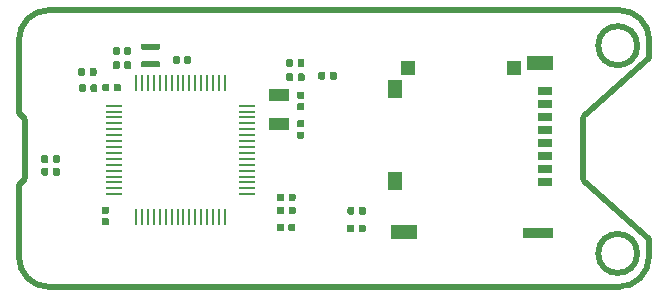
<source format=gbr>
%TF.GenerationSoftware,KiCad,Pcbnew,(6.0.0-rc1-dev-1614-ge850a482d)*%
%TF.CreationDate,2019-02-21T20:22:14-08:00*%
%TF.ProjectId,SAM32,53414d33-322e-46b6-9963-61645f706362,rev?*%
%TF.SameCoordinates,Original*%
%TF.FileFunction,Paste,Bot*%
%TF.FilePolarity,Positive*%
%FSLAX46Y46*%
G04 Gerber Fmt 4.6, Leading zero omitted, Abs format (unit mm)*
G04 Created by KiCad (PCBNEW (6.0.0-rc1-dev-1614-ge850a482d)) date 2019-02-21 20:22:14*
%MOMM*%
%LPD*%
G04 APERTURE LIST*
%ADD10C,0.508000*%
%ADD11R,1.240000X0.800000*%
%ADD12R,2.500000X0.950000*%
%ADD13R,2.200000X1.150000*%
%ADD14R,1.250000X1.160000*%
%ADD15R,1.200000X1.160000*%
%ADD16R,1.150000X1.500000*%
%ADD17C,0.150000*%
%ADD18C,0.590000*%
%ADD19R,1.470000X0.280000*%
%ADD20R,0.280000X1.470000*%
%ADD21C,0.500000*%
%ADD22R,1.800000X1.000000*%
G04 APERTURE END LIST*
D10*
X109192060Y-106945080D02*
X109192060Y-108498640D01*
X106652060Y-111038640D02*
G75*
G03X109192060Y-108498640I0J2540000D01*
G01*
X103755076Y-102181768D02*
X109192060Y-106945080D01*
X55852060Y-96296067D02*
X56300000Y-96740000D01*
X103758052Y-96469398D02*
X109220013Y-91690000D01*
X103758039Y-96469407D02*
G75*
G03X103628512Y-96721166I160472J-241760D01*
G01*
X103755063Y-102181759D02*
G75*
G02X103625536Y-101930000I160472J241760D01*
G01*
X103625536Y-101930000D02*
X103628512Y-96721166D01*
X55852060Y-102438136D02*
X56300000Y-101994203D01*
X56300000Y-101994203D02*
G75*
G03X56361488Y-101805369I-228511J178835D01*
G01*
X56300000Y-96740000D02*
G75*
G02X56361488Y-96928834I-228511J-178835D01*
G01*
X108205221Y-90615720D02*
G75*
G03X108205221Y-90615720I-1652221J0D01*
G01*
X108205221Y-108205220D02*
G75*
G03X108205221Y-108205220I-1652221J0D01*
G01*
X109220013Y-90136440D02*
X109220013Y-91690000D01*
X55852060Y-90136440D02*
X55852060Y-96296067D01*
X106680013Y-87596440D02*
G75*
G02X109220013Y-90136440I0J-2540000D01*
G01*
X55852060Y-102438136D02*
X55852060Y-108498640D01*
X106680013Y-87596440D02*
X58392060Y-87596440D01*
X58392060Y-111038640D02*
X106652060Y-111038640D01*
X55852060Y-90136440D02*
G75*
G02X58392060Y-87596440I2540000J0D01*
G01*
X56361488Y-96928834D02*
X56361488Y-101805369D01*
X58392060Y-111038640D02*
G75*
G02X55852060Y-108498640I0J2540000D01*
G01*
D11*
X100410500Y-102150500D03*
X100410500Y-101050500D03*
X100410500Y-99950500D03*
X100410500Y-98850500D03*
X100410500Y-97750500D03*
X100410500Y-96650500D03*
X100410500Y-95550500D03*
X100410500Y-94450500D03*
D12*
X99780500Y-106495500D03*
D13*
X99930500Y-92105500D03*
D14*
X97780500Y-92510500D03*
D15*
X88780500Y-92510500D03*
D13*
X88450500Y-106395500D03*
D16*
X87655500Y-102090500D03*
X87655500Y-94310500D03*
D17*
G36*
X84126958Y-104270710D02*
G01*
X84141276Y-104272834D01*
X84155317Y-104276351D01*
X84168946Y-104281228D01*
X84182031Y-104287417D01*
X84194447Y-104294858D01*
X84206073Y-104303481D01*
X84216798Y-104313202D01*
X84226519Y-104323927D01*
X84235142Y-104335553D01*
X84242583Y-104347969D01*
X84248772Y-104361054D01*
X84253649Y-104374683D01*
X84257166Y-104388724D01*
X84259290Y-104403042D01*
X84260000Y-104417500D01*
X84260000Y-104762500D01*
X84259290Y-104776958D01*
X84257166Y-104791276D01*
X84253649Y-104805317D01*
X84248772Y-104818946D01*
X84242583Y-104832031D01*
X84235142Y-104844447D01*
X84226519Y-104856073D01*
X84216798Y-104866798D01*
X84206073Y-104876519D01*
X84194447Y-104885142D01*
X84182031Y-104892583D01*
X84168946Y-104898772D01*
X84155317Y-104903649D01*
X84141276Y-104907166D01*
X84126958Y-104909290D01*
X84112500Y-104910000D01*
X83817500Y-104910000D01*
X83803042Y-104909290D01*
X83788724Y-104907166D01*
X83774683Y-104903649D01*
X83761054Y-104898772D01*
X83747969Y-104892583D01*
X83735553Y-104885142D01*
X83723927Y-104876519D01*
X83713202Y-104866798D01*
X83703481Y-104856073D01*
X83694858Y-104844447D01*
X83687417Y-104832031D01*
X83681228Y-104818946D01*
X83676351Y-104805317D01*
X83672834Y-104791276D01*
X83670710Y-104776958D01*
X83670000Y-104762500D01*
X83670000Y-104417500D01*
X83670710Y-104403042D01*
X83672834Y-104388724D01*
X83676351Y-104374683D01*
X83681228Y-104361054D01*
X83687417Y-104347969D01*
X83694858Y-104335553D01*
X83703481Y-104323927D01*
X83713202Y-104313202D01*
X83723927Y-104303481D01*
X83735553Y-104294858D01*
X83747969Y-104287417D01*
X83761054Y-104281228D01*
X83774683Y-104276351D01*
X83788724Y-104272834D01*
X83803042Y-104270710D01*
X83817500Y-104270000D01*
X84112500Y-104270000D01*
X84126958Y-104270710D01*
X84126958Y-104270710D01*
G37*
D18*
X83965000Y-104590000D03*
D17*
G36*
X85096958Y-104270710D02*
G01*
X85111276Y-104272834D01*
X85125317Y-104276351D01*
X85138946Y-104281228D01*
X85152031Y-104287417D01*
X85164447Y-104294858D01*
X85176073Y-104303481D01*
X85186798Y-104313202D01*
X85196519Y-104323927D01*
X85205142Y-104335553D01*
X85212583Y-104347969D01*
X85218772Y-104361054D01*
X85223649Y-104374683D01*
X85227166Y-104388724D01*
X85229290Y-104403042D01*
X85230000Y-104417500D01*
X85230000Y-104762500D01*
X85229290Y-104776958D01*
X85227166Y-104791276D01*
X85223649Y-104805317D01*
X85218772Y-104818946D01*
X85212583Y-104832031D01*
X85205142Y-104844447D01*
X85196519Y-104856073D01*
X85186798Y-104866798D01*
X85176073Y-104876519D01*
X85164447Y-104885142D01*
X85152031Y-104892583D01*
X85138946Y-104898772D01*
X85125317Y-104903649D01*
X85111276Y-104907166D01*
X85096958Y-104909290D01*
X85082500Y-104910000D01*
X84787500Y-104910000D01*
X84773042Y-104909290D01*
X84758724Y-104907166D01*
X84744683Y-104903649D01*
X84731054Y-104898772D01*
X84717969Y-104892583D01*
X84705553Y-104885142D01*
X84693927Y-104876519D01*
X84683202Y-104866798D01*
X84673481Y-104856073D01*
X84664858Y-104844447D01*
X84657417Y-104832031D01*
X84651228Y-104818946D01*
X84646351Y-104805317D01*
X84642834Y-104791276D01*
X84640710Y-104776958D01*
X84640000Y-104762500D01*
X84640000Y-104417500D01*
X84640710Y-104403042D01*
X84642834Y-104388724D01*
X84646351Y-104374683D01*
X84651228Y-104361054D01*
X84657417Y-104347969D01*
X84664858Y-104335553D01*
X84673481Y-104323927D01*
X84683202Y-104313202D01*
X84693927Y-104303481D01*
X84705553Y-104294858D01*
X84717969Y-104287417D01*
X84731054Y-104281228D01*
X84744683Y-104276351D01*
X84758724Y-104272834D01*
X84773042Y-104270710D01*
X84787500Y-104270000D01*
X85082500Y-104270000D01*
X85096958Y-104270710D01*
X85096958Y-104270710D01*
G37*
D18*
X84935000Y-104590000D03*
D17*
G36*
X85066958Y-105770710D02*
G01*
X85081276Y-105772834D01*
X85095317Y-105776351D01*
X85108946Y-105781228D01*
X85122031Y-105787417D01*
X85134447Y-105794858D01*
X85146073Y-105803481D01*
X85156798Y-105813202D01*
X85166519Y-105823927D01*
X85175142Y-105835553D01*
X85182583Y-105847969D01*
X85188772Y-105861054D01*
X85193649Y-105874683D01*
X85197166Y-105888724D01*
X85199290Y-105903042D01*
X85200000Y-105917500D01*
X85200000Y-106262500D01*
X85199290Y-106276958D01*
X85197166Y-106291276D01*
X85193649Y-106305317D01*
X85188772Y-106318946D01*
X85182583Y-106332031D01*
X85175142Y-106344447D01*
X85166519Y-106356073D01*
X85156798Y-106366798D01*
X85146073Y-106376519D01*
X85134447Y-106385142D01*
X85122031Y-106392583D01*
X85108946Y-106398772D01*
X85095317Y-106403649D01*
X85081276Y-106407166D01*
X85066958Y-106409290D01*
X85052500Y-106410000D01*
X84757500Y-106410000D01*
X84743042Y-106409290D01*
X84728724Y-106407166D01*
X84714683Y-106403649D01*
X84701054Y-106398772D01*
X84687969Y-106392583D01*
X84675553Y-106385142D01*
X84663927Y-106376519D01*
X84653202Y-106366798D01*
X84643481Y-106356073D01*
X84634858Y-106344447D01*
X84627417Y-106332031D01*
X84621228Y-106318946D01*
X84616351Y-106305317D01*
X84612834Y-106291276D01*
X84610710Y-106276958D01*
X84610000Y-106262500D01*
X84610000Y-105917500D01*
X84610710Y-105903042D01*
X84612834Y-105888724D01*
X84616351Y-105874683D01*
X84621228Y-105861054D01*
X84627417Y-105847969D01*
X84634858Y-105835553D01*
X84643481Y-105823927D01*
X84653202Y-105813202D01*
X84663927Y-105803481D01*
X84675553Y-105794858D01*
X84687969Y-105787417D01*
X84701054Y-105781228D01*
X84714683Y-105776351D01*
X84728724Y-105772834D01*
X84743042Y-105770710D01*
X84757500Y-105770000D01*
X85052500Y-105770000D01*
X85066958Y-105770710D01*
X85066958Y-105770710D01*
G37*
D18*
X84905000Y-106090000D03*
D17*
G36*
X84096958Y-105770710D02*
G01*
X84111276Y-105772834D01*
X84125317Y-105776351D01*
X84138946Y-105781228D01*
X84152031Y-105787417D01*
X84164447Y-105794858D01*
X84176073Y-105803481D01*
X84186798Y-105813202D01*
X84196519Y-105823927D01*
X84205142Y-105835553D01*
X84212583Y-105847969D01*
X84218772Y-105861054D01*
X84223649Y-105874683D01*
X84227166Y-105888724D01*
X84229290Y-105903042D01*
X84230000Y-105917500D01*
X84230000Y-106262500D01*
X84229290Y-106276958D01*
X84227166Y-106291276D01*
X84223649Y-106305317D01*
X84218772Y-106318946D01*
X84212583Y-106332031D01*
X84205142Y-106344447D01*
X84196519Y-106356073D01*
X84186798Y-106366798D01*
X84176073Y-106376519D01*
X84164447Y-106385142D01*
X84152031Y-106392583D01*
X84138946Y-106398772D01*
X84125317Y-106403649D01*
X84111276Y-106407166D01*
X84096958Y-106409290D01*
X84082500Y-106410000D01*
X83787500Y-106410000D01*
X83773042Y-106409290D01*
X83758724Y-106407166D01*
X83744683Y-106403649D01*
X83731054Y-106398772D01*
X83717969Y-106392583D01*
X83705553Y-106385142D01*
X83693927Y-106376519D01*
X83683202Y-106366798D01*
X83673481Y-106356073D01*
X83664858Y-106344447D01*
X83657417Y-106332031D01*
X83651228Y-106318946D01*
X83646351Y-106305317D01*
X83642834Y-106291276D01*
X83640710Y-106276958D01*
X83640000Y-106262500D01*
X83640000Y-105917500D01*
X83640710Y-105903042D01*
X83642834Y-105888724D01*
X83646351Y-105874683D01*
X83651228Y-105861054D01*
X83657417Y-105847969D01*
X83664858Y-105835553D01*
X83673481Y-105823927D01*
X83683202Y-105813202D01*
X83693927Y-105803481D01*
X83705553Y-105794858D01*
X83717969Y-105787417D01*
X83731054Y-105781228D01*
X83744683Y-105776351D01*
X83758724Y-105772834D01*
X83773042Y-105770710D01*
X83787500Y-105770000D01*
X84082500Y-105770000D01*
X84096958Y-105770710D01*
X84096958Y-105770710D01*
G37*
D18*
X83935000Y-106090000D03*
D17*
G36*
X79901958Y-92960710D02*
G01*
X79916276Y-92962834D01*
X79930317Y-92966351D01*
X79943946Y-92971228D01*
X79957031Y-92977417D01*
X79969447Y-92984858D01*
X79981073Y-92993481D01*
X79991798Y-93003202D01*
X80001519Y-93013927D01*
X80010142Y-93025553D01*
X80017583Y-93037969D01*
X80023772Y-93051054D01*
X80028649Y-93064683D01*
X80032166Y-93078724D01*
X80034290Y-93093042D01*
X80035000Y-93107500D01*
X80035000Y-93452500D01*
X80034290Y-93466958D01*
X80032166Y-93481276D01*
X80028649Y-93495317D01*
X80023772Y-93508946D01*
X80017583Y-93522031D01*
X80010142Y-93534447D01*
X80001519Y-93546073D01*
X79991798Y-93556798D01*
X79981073Y-93566519D01*
X79969447Y-93575142D01*
X79957031Y-93582583D01*
X79943946Y-93588772D01*
X79930317Y-93593649D01*
X79916276Y-93597166D01*
X79901958Y-93599290D01*
X79887500Y-93600000D01*
X79592500Y-93600000D01*
X79578042Y-93599290D01*
X79563724Y-93597166D01*
X79549683Y-93593649D01*
X79536054Y-93588772D01*
X79522969Y-93582583D01*
X79510553Y-93575142D01*
X79498927Y-93566519D01*
X79488202Y-93556798D01*
X79478481Y-93546073D01*
X79469858Y-93534447D01*
X79462417Y-93522031D01*
X79456228Y-93508946D01*
X79451351Y-93495317D01*
X79447834Y-93481276D01*
X79445710Y-93466958D01*
X79445000Y-93452500D01*
X79445000Y-93107500D01*
X79445710Y-93093042D01*
X79447834Y-93078724D01*
X79451351Y-93064683D01*
X79456228Y-93051054D01*
X79462417Y-93037969D01*
X79469858Y-93025553D01*
X79478481Y-93013927D01*
X79488202Y-93003202D01*
X79498927Y-92993481D01*
X79510553Y-92984858D01*
X79522969Y-92977417D01*
X79536054Y-92971228D01*
X79549683Y-92966351D01*
X79563724Y-92962834D01*
X79578042Y-92960710D01*
X79592500Y-92960000D01*
X79887500Y-92960000D01*
X79901958Y-92960710D01*
X79901958Y-92960710D01*
G37*
D18*
X79740000Y-93280000D03*
D17*
G36*
X78931958Y-92960710D02*
G01*
X78946276Y-92962834D01*
X78960317Y-92966351D01*
X78973946Y-92971228D01*
X78987031Y-92977417D01*
X78999447Y-92984858D01*
X79011073Y-92993481D01*
X79021798Y-93003202D01*
X79031519Y-93013927D01*
X79040142Y-93025553D01*
X79047583Y-93037969D01*
X79053772Y-93051054D01*
X79058649Y-93064683D01*
X79062166Y-93078724D01*
X79064290Y-93093042D01*
X79065000Y-93107500D01*
X79065000Y-93452500D01*
X79064290Y-93466958D01*
X79062166Y-93481276D01*
X79058649Y-93495317D01*
X79053772Y-93508946D01*
X79047583Y-93522031D01*
X79040142Y-93534447D01*
X79031519Y-93546073D01*
X79021798Y-93556798D01*
X79011073Y-93566519D01*
X78999447Y-93575142D01*
X78987031Y-93582583D01*
X78973946Y-93588772D01*
X78960317Y-93593649D01*
X78946276Y-93597166D01*
X78931958Y-93599290D01*
X78917500Y-93600000D01*
X78622500Y-93600000D01*
X78608042Y-93599290D01*
X78593724Y-93597166D01*
X78579683Y-93593649D01*
X78566054Y-93588772D01*
X78552969Y-93582583D01*
X78540553Y-93575142D01*
X78528927Y-93566519D01*
X78518202Y-93556798D01*
X78508481Y-93546073D01*
X78499858Y-93534447D01*
X78492417Y-93522031D01*
X78486228Y-93508946D01*
X78481351Y-93495317D01*
X78477834Y-93481276D01*
X78475710Y-93466958D01*
X78475000Y-93452500D01*
X78475000Y-93107500D01*
X78475710Y-93093042D01*
X78477834Y-93078724D01*
X78481351Y-93064683D01*
X78486228Y-93051054D01*
X78492417Y-93037969D01*
X78499858Y-93025553D01*
X78508481Y-93013927D01*
X78518202Y-93003202D01*
X78528927Y-92993481D01*
X78540553Y-92984858D01*
X78552969Y-92977417D01*
X78566054Y-92971228D01*
X78579683Y-92966351D01*
X78593724Y-92962834D01*
X78608042Y-92960710D01*
X78622500Y-92960000D01*
X78917500Y-92960000D01*
X78931958Y-92960710D01*
X78931958Y-92960710D01*
G37*
D18*
X78770000Y-93280000D03*
D17*
G36*
X82631958Y-92840710D02*
G01*
X82646276Y-92842834D01*
X82660317Y-92846351D01*
X82673946Y-92851228D01*
X82687031Y-92857417D01*
X82699447Y-92864858D01*
X82711073Y-92873481D01*
X82721798Y-92883202D01*
X82731519Y-92893927D01*
X82740142Y-92905553D01*
X82747583Y-92917969D01*
X82753772Y-92931054D01*
X82758649Y-92944683D01*
X82762166Y-92958724D01*
X82764290Y-92973042D01*
X82765000Y-92987500D01*
X82765000Y-93332500D01*
X82764290Y-93346958D01*
X82762166Y-93361276D01*
X82758649Y-93375317D01*
X82753772Y-93388946D01*
X82747583Y-93402031D01*
X82740142Y-93414447D01*
X82731519Y-93426073D01*
X82721798Y-93436798D01*
X82711073Y-93446519D01*
X82699447Y-93455142D01*
X82687031Y-93462583D01*
X82673946Y-93468772D01*
X82660317Y-93473649D01*
X82646276Y-93477166D01*
X82631958Y-93479290D01*
X82617500Y-93480000D01*
X82322500Y-93480000D01*
X82308042Y-93479290D01*
X82293724Y-93477166D01*
X82279683Y-93473649D01*
X82266054Y-93468772D01*
X82252969Y-93462583D01*
X82240553Y-93455142D01*
X82228927Y-93446519D01*
X82218202Y-93436798D01*
X82208481Y-93426073D01*
X82199858Y-93414447D01*
X82192417Y-93402031D01*
X82186228Y-93388946D01*
X82181351Y-93375317D01*
X82177834Y-93361276D01*
X82175710Y-93346958D01*
X82175000Y-93332500D01*
X82175000Y-92987500D01*
X82175710Y-92973042D01*
X82177834Y-92958724D01*
X82181351Y-92944683D01*
X82186228Y-92931054D01*
X82192417Y-92917969D01*
X82199858Y-92905553D01*
X82208481Y-92893927D01*
X82218202Y-92883202D01*
X82228927Y-92873481D01*
X82240553Y-92864858D01*
X82252969Y-92857417D01*
X82266054Y-92851228D01*
X82279683Y-92846351D01*
X82293724Y-92842834D01*
X82308042Y-92840710D01*
X82322500Y-92840000D01*
X82617500Y-92840000D01*
X82631958Y-92840710D01*
X82631958Y-92840710D01*
G37*
D18*
X82470000Y-93160000D03*
D17*
G36*
X81661958Y-92840710D02*
G01*
X81676276Y-92842834D01*
X81690317Y-92846351D01*
X81703946Y-92851228D01*
X81717031Y-92857417D01*
X81729447Y-92864858D01*
X81741073Y-92873481D01*
X81751798Y-92883202D01*
X81761519Y-92893927D01*
X81770142Y-92905553D01*
X81777583Y-92917969D01*
X81783772Y-92931054D01*
X81788649Y-92944683D01*
X81792166Y-92958724D01*
X81794290Y-92973042D01*
X81795000Y-92987500D01*
X81795000Y-93332500D01*
X81794290Y-93346958D01*
X81792166Y-93361276D01*
X81788649Y-93375317D01*
X81783772Y-93388946D01*
X81777583Y-93402031D01*
X81770142Y-93414447D01*
X81761519Y-93426073D01*
X81751798Y-93436798D01*
X81741073Y-93446519D01*
X81729447Y-93455142D01*
X81717031Y-93462583D01*
X81703946Y-93468772D01*
X81690317Y-93473649D01*
X81676276Y-93477166D01*
X81661958Y-93479290D01*
X81647500Y-93480000D01*
X81352500Y-93480000D01*
X81338042Y-93479290D01*
X81323724Y-93477166D01*
X81309683Y-93473649D01*
X81296054Y-93468772D01*
X81282969Y-93462583D01*
X81270553Y-93455142D01*
X81258927Y-93446519D01*
X81248202Y-93436798D01*
X81238481Y-93426073D01*
X81229858Y-93414447D01*
X81222417Y-93402031D01*
X81216228Y-93388946D01*
X81211351Y-93375317D01*
X81207834Y-93361276D01*
X81205710Y-93346958D01*
X81205000Y-93332500D01*
X81205000Y-92987500D01*
X81205710Y-92973042D01*
X81207834Y-92958724D01*
X81211351Y-92944683D01*
X81216228Y-92931054D01*
X81222417Y-92917969D01*
X81229858Y-92905553D01*
X81238481Y-92893927D01*
X81248202Y-92883202D01*
X81258927Y-92873481D01*
X81270553Y-92864858D01*
X81282969Y-92857417D01*
X81296054Y-92851228D01*
X81309683Y-92846351D01*
X81323724Y-92842834D01*
X81338042Y-92840710D01*
X81352500Y-92840000D01*
X81647500Y-92840000D01*
X81661958Y-92840710D01*
X81661958Y-92840710D01*
G37*
D18*
X81500000Y-93160000D03*
D17*
G36*
X79898458Y-91760710D02*
G01*
X79912776Y-91762834D01*
X79926817Y-91766351D01*
X79940446Y-91771228D01*
X79953531Y-91777417D01*
X79965947Y-91784858D01*
X79977573Y-91793481D01*
X79988298Y-91803202D01*
X79998019Y-91813927D01*
X80006642Y-91825553D01*
X80014083Y-91837969D01*
X80020272Y-91851054D01*
X80025149Y-91864683D01*
X80028666Y-91878724D01*
X80030790Y-91893042D01*
X80031500Y-91907500D01*
X80031500Y-92252500D01*
X80030790Y-92266958D01*
X80028666Y-92281276D01*
X80025149Y-92295317D01*
X80020272Y-92308946D01*
X80014083Y-92322031D01*
X80006642Y-92334447D01*
X79998019Y-92346073D01*
X79988298Y-92356798D01*
X79977573Y-92366519D01*
X79965947Y-92375142D01*
X79953531Y-92382583D01*
X79940446Y-92388772D01*
X79926817Y-92393649D01*
X79912776Y-92397166D01*
X79898458Y-92399290D01*
X79884000Y-92400000D01*
X79589000Y-92400000D01*
X79574542Y-92399290D01*
X79560224Y-92397166D01*
X79546183Y-92393649D01*
X79532554Y-92388772D01*
X79519469Y-92382583D01*
X79507053Y-92375142D01*
X79495427Y-92366519D01*
X79484702Y-92356798D01*
X79474981Y-92346073D01*
X79466358Y-92334447D01*
X79458917Y-92322031D01*
X79452728Y-92308946D01*
X79447851Y-92295317D01*
X79444334Y-92281276D01*
X79442210Y-92266958D01*
X79441500Y-92252500D01*
X79441500Y-91907500D01*
X79442210Y-91893042D01*
X79444334Y-91878724D01*
X79447851Y-91864683D01*
X79452728Y-91851054D01*
X79458917Y-91837969D01*
X79466358Y-91825553D01*
X79474981Y-91813927D01*
X79484702Y-91803202D01*
X79495427Y-91793481D01*
X79507053Y-91784858D01*
X79519469Y-91777417D01*
X79532554Y-91771228D01*
X79546183Y-91766351D01*
X79560224Y-91762834D01*
X79574542Y-91760710D01*
X79589000Y-91760000D01*
X79884000Y-91760000D01*
X79898458Y-91760710D01*
X79898458Y-91760710D01*
G37*
D18*
X79736500Y-92080000D03*
D17*
G36*
X78928458Y-91760710D02*
G01*
X78942776Y-91762834D01*
X78956817Y-91766351D01*
X78970446Y-91771228D01*
X78983531Y-91777417D01*
X78995947Y-91784858D01*
X79007573Y-91793481D01*
X79018298Y-91803202D01*
X79028019Y-91813927D01*
X79036642Y-91825553D01*
X79044083Y-91837969D01*
X79050272Y-91851054D01*
X79055149Y-91864683D01*
X79058666Y-91878724D01*
X79060790Y-91893042D01*
X79061500Y-91907500D01*
X79061500Y-92252500D01*
X79060790Y-92266958D01*
X79058666Y-92281276D01*
X79055149Y-92295317D01*
X79050272Y-92308946D01*
X79044083Y-92322031D01*
X79036642Y-92334447D01*
X79028019Y-92346073D01*
X79018298Y-92356798D01*
X79007573Y-92366519D01*
X78995947Y-92375142D01*
X78983531Y-92382583D01*
X78970446Y-92388772D01*
X78956817Y-92393649D01*
X78942776Y-92397166D01*
X78928458Y-92399290D01*
X78914000Y-92400000D01*
X78619000Y-92400000D01*
X78604542Y-92399290D01*
X78590224Y-92397166D01*
X78576183Y-92393649D01*
X78562554Y-92388772D01*
X78549469Y-92382583D01*
X78537053Y-92375142D01*
X78525427Y-92366519D01*
X78514702Y-92356798D01*
X78504981Y-92346073D01*
X78496358Y-92334447D01*
X78488917Y-92322031D01*
X78482728Y-92308946D01*
X78477851Y-92295317D01*
X78474334Y-92281276D01*
X78472210Y-92266958D01*
X78471500Y-92252500D01*
X78471500Y-91907500D01*
X78472210Y-91893042D01*
X78474334Y-91878724D01*
X78477851Y-91864683D01*
X78482728Y-91851054D01*
X78488917Y-91837969D01*
X78496358Y-91825553D01*
X78504981Y-91813927D01*
X78514702Y-91803202D01*
X78525427Y-91793481D01*
X78537053Y-91784858D01*
X78549469Y-91777417D01*
X78562554Y-91771228D01*
X78576183Y-91766351D01*
X78590224Y-91762834D01*
X78604542Y-91760710D01*
X78619000Y-91760000D01*
X78914000Y-91760000D01*
X78928458Y-91760710D01*
X78928458Y-91760710D01*
G37*
D18*
X78766500Y-92080000D03*
D17*
G36*
X79136958Y-104240710D02*
G01*
X79151276Y-104242834D01*
X79165317Y-104246351D01*
X79178946Y-104251228D01*
X79192031Y-104257417D01*
X79204447Y-104264858D01*
X79216073Y-104273481D01*
X79226798Y-104283202D01*
X79236519Y-104293927D01*
X79245142Y-104305553D01*
X79252583Y-104317969D01*
X79258772Y-104331054D01*
X79263649Y-104344683D01*
X79267166Y-104358724D01*
X79269290Y-104373042D01*
X79270000Y-104387500D01*
X79270000Y-104732500D01*
X79269290Y-104746958D01*
X79267166Y-104761276D01*
X79263649Y-104775317D01*
X79258772Y-104788946D01*
X79252583Y-104802031D01*
X79245142Y-104814447D01*
X79236519Y-104826073D01*
X79226798Y-104836798D01*
X79216073Y-104846519D01*
X79204447Y-104855142D01*
X79192031Y-104862583D01*
X79178946Y-104868772D01*
X79165317Y-104873649D01*
X79151276Y-104877166D01*
X79136958Y-104879290D01*
X79122500Y-104880000D01*
X78827500Y-104880000D01*
X78813042Y-104879290D01*
X78798724Y-104877166D01*
X78784683Y-104873649D01*
X78771054Y-104868772D01*
X78757969Y-104862583D01*
X78745553Y-104855142D01*
X78733927Y-104846519D01*
X78723202Y-104836798D01*
X78713481Y-104826073D01*
X78704858Y-104814447D01*
X78697417Y-104802031D01*
X78691228Y-104788946D01*
X78686351Y-104775317D01*
X78682834Y-104761276D01*
X78680710Y-104746958D01*
X78680000Y-104732500D01*
X78680000Y-104387500D01*
X78680710Y-104373042D01*
X78682834Y-104358724D01*
X78686351Y-104344683D01*
X78691228Y-104331054D01*
X78697417Y-104317969D01*
X78704858Y-104305553D01*
X78713481Y-104293927D01*
X78723202Y-104283202D01*
X78733927Y-104273481D01*
X78745553Y-104264858D01*
X78757969Y-104257417D01*
X78771054Y-104251228D01*
X78784683Y-104246351D01*
X78798724Y-104242834D01*
X78813042Y-104240710D01*
X78827500Y-104240000D01*
X79122500Y-104240000D01*
X79136958Y-104240710D01*
X79136958Y-104240710D01*
G37*
D18*
X78975000Y-104560000D03*
D17*
G36*
X78166958Y-104240710D02*
G01*
X78181276Y-104242834D01*
X78195317Y-104246351D01*
X78208946Y-104251228D01*
X78222031Y-104257417D01*
X78234447Y-104264858D01*
X78246073Y-104273481D01*
X78256798Y-104283202D01*
X78266519Y-104293927D01*
X78275142Y-104305553D01*
X78282583Y-104317969D01*
X78288772Y-104331054D01*
X78293649Y-104344683D01*
X78297166Y-104358724D01*
X78299290Y-104373042D01*
X78300000Y-104387500D01*
X78300000Y-104732500D01*
X78299290Y-104746958D01*
X78297166Y-104761276D01*
X78293649Y-104775317D01*
X78288772Y-104788946D01*
X78282583Y-104802031D01*
X78275142Y-104814447D01*
X78266519Y-104826073D01*
X78256798Y-104836798D01*
X78246073Y-104846519D01*
X78234447Y-104855142D01*
X78222031Y-104862583D01*
X78208946Y-104868772D01*
X78195317Y-104873649D01*
X78181276Y-104877166D01*
X78166958Y-104879290D01*
X78152500Y-104880000D01*
X77857500Y-104880000D01*
X77843042Y-104879290D01*
X77828724Y-104877166D01*
X77814683Y-104873649D01*
X77801054Y-104868772D01*
X77787969Y-104862583D01*
X77775553Y-104855142D01*
X77763927Y-104846519D01*
X77753202Y-104836798D01*
X77743481Y-104826073D01*
X77734858Y-104814447D01*
X77727417Y-104802031D01*
X77721228Y-104788946D01*
X77716351Y-104775317D01*
X77712834Y-104761276D01*
X77710710Y-104746958D01*
X77710000Y-104732500D01*
X77710000Y-104387500D01*
X77710710Y-104373042D01*
X77712834Y-104358724D01*
X77716351Y-104344683D01*
X77721228Y-104331054D01*
X77727417Y-104317969D01*
X77734858Y-104305553D01*
X77743481Y-104293927D01*
X77753202Y-104283202D01*
X77763927Y-104273481D01*
X77775553Y-104264858D01*
X77787969Y-104257417D01*
X77801054Y-104251228D01*
X77814683Y-104246351D01*
X77828724Y-104242834D01*
X77843042Y-104240710D01*
X77857500Y-104240000D01*
X78152500Y-104240000D01*
X78166958Y-104240710D01*
X78166958Y-104240710D01*
G37*
D18*
X78005000Y-104560000D03*
D17*
G36*
X79132958Y-105670710D02*
G01*
X79147276Y-105672834D01*
X79161317Y-105676351D01*
X79174946Y-105681228D01*
X79188031Y-105687417D01*
X79200447Y-105694858D01*
X79212073Y-105703481D01*
X79222798Y-105713202D01*
X79232519Y-105723927D01*
X79241142Y-105735553D01*
X79248583Y-105747969D01*
X79254772Y-105761054D01*
X79259649Y-105774683D01*
X79263166Y-105788724D01*
X79265290Y-105803042D01*
X79266000Y-105817500D01*
X79266000Y-106162500D01*
X79265290Y-106176958D01*
X79263166Y-106191276D01*
X79259649Y-106205317D01*
X79254772Y-106218946D01*
X79248583Y-106232031D01*
X79241142Y-106244447D01*
X79232519Y-106256073D01*
X79222798Y-106266798D01*
X79212073Y-106276519D01*
X79200447Y-106285142D01*
X79188031Y-106292583D01*
X79174946Y-106298772D01*
X79161317Y-106303649D01*
X79147276Y-106307166D01*
X79132958Y-106309290D01*
X79118500Y-106310000D01*
X78823500Y-106310000D01*
X78809042Y-106309290D01*
X78794724Y-106307166D01*
X78780683Y-106303649D01*
X78767054Y-106298772D01*
X78753969Y-106292583D01*
X78741553Y-106285142D01*
X78729927Y-106276519D01*
X78719202Y-106266798D01*
X78709481Y-106256073D01*
X78700858Y-106244447D01*
X78693417Y-106232031D01*
X78687228Y-106218946D01*
X78682351Y-106205317D01*
X78678834Y-106191276D01*
X78676710Y-106176958D01*
X78676000Y-106162500D01*
X78676000Y-105817500D01*
X78676710Y-105803042D01*
X78678834Y-105788724D01*
X78682351Y-105774683D01*
X78687228Y-105761054D01*
X78693417Y-105747969D01*
X78700858Y-105735553D01*
X78709481Y-105723927D01*
X78719202Y-105713202D01*
X78729927Y-105703481D01*
X78741553Y-105694858D01*
X78753969Y-105687417D01*
X78767054Y-105681228D01*
X78780683Y-105676351D01*
X78794724Y-105672834D01*
X78809042Y-105670710D01*
X78823500Y-105670000D01*
X79118500Y-105670000D01*
X79132958Y-105670710D01*
X79132958Y-105670710D01*
G37*
D18*
X78971000Y-105990000D03*
D17*
G36*
X78162958Y-105670710D02*
G01*
X78177276Y-105672834D01*
X78191317Y-105676351D01*
X78204946Y-105681228D01*
X78218031Y-105687417D01*
X78230447Y-105694858D01*
X78242073Y-105703481D01*
X78252798Y-105713202D01*
X78262519Y-105723927D01*
X78271142Y-105735553D01*
X78278583Y-105747969D01*
X78284772Y-105761054D01*
X78289649Y-105774683D01*
X78293166Y-105788724D01*
X78295290Y-105803042D01*
X78296000Y-105817500D01*
X78296000Y-106162500D01*
X78295290Y-106176958D01*
X78293166Y-106191276D01*
X78289649Y-106205317D01*
X78284772Y-106218946D01*
X78278583Y-106232031D01*
X78271142Y-106244447D01*
X78262519Y-106256073D01*
X78252798Y-106266798D01*
X78242073Y-106276519D01*
X78230447Y-106285142D01*
X78218031Y-106292583D01*
X78204946Y-106298772D01*
X78191317Y-106303649D01*
X78177276Y-106307166D01*
X78162958Y-106309290D01*
X78148500Y-106310000D01*
X77853500Y-106310000D01*
X77839042Y-106309290D01*
X77824724Y-106307166D01*
X77810683Y-106303649D01*
X77797054Y-106298772D01*
X77783969Y-106292583D01*
X77771553Y-106285142D01*
X77759927Y-106276519D01*
X77749202Y-106266798D01*
X77739481Y-106256073D01*
X77730858Y-106244447D01*
X77723417Y-106232031D01*
X77717228Y-106218946D01*
X77712351Y-106205317D01*
X77708834Y-106191276D01*
X77706710Y-106176958D01*
X77706000Y-106162500D01*
X77706000Y-105817500D01*
X77706710Y-105803042D01*
X77708834Y-105788724D01*
X77712351Y-105774683D01*
X77717228Y-105761054D01*
X77723417Y-105747969D01*
X77730858Y-105735553D01*
X77739481Y-105723927D01*
X77749202Y-105713202D01*
X77759927Y-105703481D01*
X77771553Y-105694858D01*
X77783969Y-105687417D01*
X77797054Y-105681228D01*
X77810683Y-105676351D01*
X77824724Y-105672834D01*
X77839042Y-105670710D01*
X77853500Y-105670000D01*
X78148500Y-105670000D01*
X78162958Y-105670710D01*
X78162958Y-105670710D01*
G37*
D18*
X78001000Y-105990000D03*
D17*
G36*
X70306458Y-91501710D02*
G01*
X70320776Y-91503834D01*
X70334817Y-91507351D01*
X70348446Y-91512228D01*
X70361531Y-91518417D01*
X70373947Y-91525858D01*
X70385573Y-91534481D01*
X70396298Y-91544202D01*
X70406019Y-91554927D01*
X70414642Y-91566553D01*
X70422083Y-91578969D01*
X70428272Y-91592054D01*
X70433149Y-91605683D01*
X70436666Y-91619724D01*
X70438790Y-91634042D01*
X70439500Y-91648500D01*
X70439500Y-91993500D01*
X70438790Y-92007958D01*
X70436666Y-92022276D01*
X70433149Y-92036317D01*
X70428272Y-92049946D01*
X70422083Y-92063031D01*
X70414642Y-92075447D01*
X70406019Y-92087073D01*
X70396298Y-92097798D01*
X70385573Y-92107519D01*
X70373947Y-92116142D01*
X70361531Y-92123583D01*
X70348446Y-92129772D01*
X70334817Y-92134649D01*
X70320776Y-92138166D01*
X70306458Y-92140290D01*
X70292000Y-92141000D01*
X69997000Y-92141000D01*
X69982542Y-92140290D01*
X69968224Y-92138166D01*
X69954183Y-92134649D01*
X69940554Y-92129772D01*
X69927469Y-92123583D01*
X69915053Y-92116142D01*
X69903427Y-92107519D01*
X69892702Y-92097798D01*
X69882981Y-92087073D01*
X69874358Y-92075447D01*
X69866917Y-92063031D01*
X69860728Y-92049946D01*
X69855851Y-92036317D01*
X69852334Y-92022276D01*
X69850210Y-92007958D01*
X69849500Y-91993500D01*
X69849500Y-91648500D01*
X69850210Y-91634042D01*
X69852334Y-91619724D01*
X69855851Y-91605683D01*
X69860728Y-91592054D01*
X69866917Y-91578969D01*
X69874358Y-91566553D01*
X69882981Y-91554927D01*
X69892702Y-91544202D01*
X69903427Y-91534481D01*
X69915053Y-91525858D01*
X69927469Y-91518417D01*
X69940554Y-91512228D01*
X69954183Y-91507351D01*
X69968224Y-91503834D01*
X69982542Y-91501710D01*
X69997000Y-91501000D01*
X70292000Y-91501000D01*
X70306458Y-91501710D01*
X70306458Y-91501710D01*
G37*
D18*
X70144500Y-91821000D03*
D17*
G36*
X69336458Y-91501710D02*
G01*
X69350776Y-91503834D01*
X69364817Y-91507351D01*
X69378446Y-91512228D01*
X69391531Y-91518417D01*
X69403947Y-91525858D01*
X69415573Y-91534481D01*
X69426298Y-91544202D01*
X69436019Y-91554927D01*
X69444642Y-91566553D01*
X69452083Y-91578969D01*
X69458272Y-91592054D01*
X69463149Y-91605683D01*
X69466666Y-91619724D01*
X69468790Y-91634042D01*
X69469500Y-91648500D01*
X69469500Y-91993500D01*
X69468790Y-92007958D01*
X69466666Y-92022276D01*
X69463149Y-92036317D01*
X69458272Y-92049946D01*
X69452083Y-92063031D01*
X69444642Y-92075447D01*
X69436019Y-92087073D01*
X69426298Y-92097798D01*
X69415573Y-92107519D01*
X69403947Y-92116142D01*
X69391531Y-92123583D01*
X69378446Y-92129772D01*
X69364817Y-92134649D01*
X69350776Y-92138166D01*
X69336458Y-92140290D01*
X69322000Y-92141000D01*
X69027000Y-92141000D01*
X69012542Y-92140290D01*
X68998224Y-92138166D01*
X68984183Y-92134649D01*
X68970554Y-92129772D01*
X68957469Y-92123583D01*
X68945053Y-92116142D01*
X68933427Y-92107519D01*
X68922702Y-92097798D01*
X68912981Y-92087073D01*
X68904358Y-92075447D01*
X68896917Y-92063031D01*
X68890728Y-92049946D01*
X68885851Y-92036317D01*
X68882334Y-92022276D01*
X68880210Y-92007958D01*
X68879500Y-91993500D01*
X68879500Y-91648500D01*
X68880210Y-91634042D01*
X68882334Y-91619724D01*
X68885851Y-91605683D01*
X68890728Y-91592054D01*
X68896917Y-91578969D01*
X68904358Y-91566553D01*
X68912981Y-91554927D01*
X68922702Y-91544202D01*
X68933427Y-91534481D01*
X68945053Y-91525858D01*
X68957469Y-91518417D01*
X68970554Y-91512228D01*
X68984183Y-91507351D01*
X68998224Y-91503834D01*
X69012542Y-91501710D01*
X69027000Y-91501000D01*
X69322000Y-91501000D01*
X69336458Y-91501710D01*
X69336458Y-91501710D01*
G37*
D18*
X69174500Y-91821000D03*
D17*
G36*
X62368958Y-93884230D02*
G01*
X62383276Y-93886354D01*
X62397317Y-93889871D01*
X62410946Y-93894748D01*
X62424031Y-93900937D01*
X62436447Y-93908378D01*
X62448073Y-93917001D01*
X62458798Y-93926722D01*
X62468519Y-93937447D01*
X62477142Y-93949073D01*
X62484583Y-93961489D01*
X62490772Y-93974574D01*
X62495649Y-93988203D01*
X62499166Y-94002244D01*
X62501290Y-94016562D01*
X62502000Y-94031020D01*
X62502000Y-94376020D01*
X62501290Y-94390478D01*
X62499166Y-94404796D01*
X62495649Y-94418837D01*
X62490772Y-94432466D01*
X62484583Y-94445551D01*
X62477142Y-94457967D01*
X62468519Y-94469593D01*
X62458798Y-94480318D01*
X62448073Y-94490039D01*
X62436447Y-94498662D01*
X62424031Y-94506103D01*
X62410946Y-94512292D01*
X62397317Y-94517169D01*
X62383276Y-94520686D01*
X62368958Y-94522810D01*
X62354500Y-94523520D01*
X62059500Y-94523520D01*
X62045042Y-94522810D01*
X62030724Y-94520686D01*
X62016683Y-94517169D01*
X62003054Y-94512292D01*
X61989969Y-94506103D01*
X61977553Y-94498662D01*
X61965927Y-94490039D01*
X61955202Y-94480318D01*
X61945481Y-94469593D01*
X61936858Y-94457967D01*
X61929417Y-94445551D01*
X61923228Y-94432466D01*
X61918351Y-94418837D01*
X61914834Y-94404796D01*
X61912710Y-94390478D01*
X61912000Y-94376020D01*
X61912000Y-94031020D01*
X61912710Y-94016562D01*
X61914834Y-94002244D01*
X61918351Y-93988203D01*
X61923228Y-93974574D01*
X61929417Y-93961489D01*
X61936858Y-93949073D01*
X61945481Y-93937447D01*
X61955202Y-93926722D01*
X61965927Y-93917001D01*
X61977553Y-93908378D01*
X61989969Y-93900937D01*
X62003054Y-93894748D01*
X62016683Y-93889871D01*
X62030724Y-93886354D01*
X62045042Y-93884230D01*
X62059500Y-93883520D01*
X62354500Y-93883520D01*
X62368958Y-93884230D01*
X62368958Y-93884230D01*
G37*
D18*
X62207000Y-94203520D03*
D17*
G36*
X61398958Y-93884230D02*
G01*
X61413276Y-93886354D01*
X61427317Y-93889871D01*
X61440946Y-93894748D01*
X61454031Y-93900937D01*
X61466447Y-93908378D01*
X61478073Y-93917001D01*
X61488798Y-93926722D01*
X61498519Y-93937447D01*
X61507142Y-93949073D01*
X61514583Y-93961489D01*
X61520772Y-93974574D01*
X61525649Y-93988203D01*
X61529166Y-94002244D01*
X61531290Y-94016562D01*
X61532000Y-94031020D01*
X61532000Y-94376020D01*
X61531290Y-94390478D01*
X61529166Y-94404796D01*
X61525649Y-94418837D01*
X61520772Y-94432466D01*
X61514583Y-94445551D01*
X61507142Y-94457967D01*
X61498519Y-94469593D01*
X61488798Y-94480318D01*
X61478073Y-94490039D01*
X61466447Y-94498662D01*
X61454031Y-94506103D01*
X61440946Y-94512292D01*
X61427317Y-94517169D01*
X61413276Y-94520686D01*
X61398958Y-94522810D01*
X61384500Y-94523520D01*
X61089500Y-94523520D01*
X61075042Y-94522810D01*
X61060724Y-94520686D01*
X61046683Y-94517169D01*
X61033054Y-94512292D01*
X61019969Y-94506103D01*
X61007553Y-94498662D01*
X60995927Y-94490039D01*
X60985202Y-94480318D01*
X60975481Y-94469593D01*
X60966858Y-94457967D01*
X60959417Y-94445551D01*
X60953228Y-94432466D01*
X60948351Y-94418837D01*
X60944834Y-94404796D01*
X60942710Y-94390478D01*
X60942000Y-94376020D01*
X60942000Y-94031020D01*
X60942710Y-94016562D01*
X60944834Y-94002244D01*
X60948351Y-93988203D01*
X60953228Y-93974574D01*
X60959417Y-93961489D01*
X60966858Y-93949073D01*
X60975481Y-93937447D01*
X60985202Y-93926722D01*
X60995927Y-93917001D01*
X61007553Y-93908378D01*
X61019969Y-93900937D01*
X61033054Y-93894748D01*
X61046683Y-93889871D01*
X61060724Y-93886354D01*
X61075042Y-93884230D01*
X61089500Y-93883520D01*
X61384500Y-93883520D01*
X61398958Y-93884230D01*
X61398958Y-93884230D01*
G37*
D18*
X61237000Y-94203520D03*
D17*
G36*
X59183958Y-100969710D02*
G01*
X59198276Y-100971834D01*
X59212317Y-100975351D01*
X59225946Y-100980228D01*
X59239031Y-100986417D01*
X59251447Y-100993858D01*
X59263073Y-101002481D01*
X59273798Y-101012202D01*
X59283519Y-101022927D01*
X59292142Y-101034553D01*
X59299583Y-101046969D01*
X59305772Y-101060054D01*
X59310649Y-101073683D01*
X59314166Y-101087724D01*
X59316290Y-101102042D01*
X59317000Y-101116500D01*
X59317000Y-101461500D01*
X59316290Y-101475958D01*
X59314166Y-101490276D01*
X59310649Y-101504317D01*
X59305772Y-101517946D01*
X59299583Y-101531031D01*
X59292142Y-101543447D01*
X59283519Y-101555073D01*
X59273798Y-101565798D01*
X59263073Y-101575519D01*
X59251447Y-101584142D01*
X59239031Y-101591583D01*
X59225946Y-101597772D01*
X59212317Y-101602649D01*
X59198276Y-101606166D01*
X59183958Y-101608290D01*
X59169500Y-101609000D01*
X58874500Y-101609000D01*
X58860042Y-101608290D01*
X58845724Y-101606166D01*
X58831683Y-101602649D01*
X58818054Y-101597772D01*
X58804969Y-101591583D01*
X58792553Y-101584142D01*
X58780927Y-101575519D01*
X58770202Y-101565798D01*
X58760481Y-101555073D01*
X58751858Y-101543447D01*
X58744417Y-101531031D01*
X58738228Y-101517946D01*
X58733351Y-101504317D01*
X58729834Y-101490276D01*
X58727710Y-101475958D01*
X58727000Y-101461500D01*
X58727000Y-101116500D01*
X58727710Y-101102042D01*
X58729834Y-101087724D01*
X58733351Y-101073683D01*
X58738228Y-101060054D01*
X58744417Y-101046969D01*
X58751858Y-101034553D01*
X58760481Y-101022927D01*
X58770202Y-101012202D01*
X58780927Y-101002481D01*
X58792553Y-100993858D01*
X58804969Y-100986417D01*
X58818054Y-100980228D01*
X58831683Y-100975351D01*
X58845724Y-100971834D01*
X58860042Y-100969710D01*
X58874500Y-100969000D01*
X59169500Y-100969000D01*
X59183958Y-100969710D01*
X59183958Y-100969710D01*
G37*
D18*
X59022000Y-101289000D03*
D17*
G36*
X58213958Y-100969710D02*
G01*
X58228276Y-100971834D01*
X58242317Y-100975351D01*
X58255946Y-100980228D01*
X58269031Y-100986417D01*
X58281447Y-100993858D01*
X58293073Y-101002481D01*
X58303798Y-101012202D01*
X58313519Y-101022927D01*
X58322142Y-101034553D01*
X58329583Y-101046969D01*
X58335772Y-101060054D01*
X58340649Y-101073683D01*
X58344166Y-101087724D01*
X58346290Y-101102042D01*
X58347000Y-101116500D01*
X58347000Y-101461500D01*
X58346290Y-101475958D01*
X58344166Y-101490276D01*
X58340649Y-101504317D01*
X58335772Y-101517946D01*
X58329583Y-101531031D01*
X58322142Y-101543447D01*
X58313519Y-101555073D01*
X58303798Y-101565798D01*
X58293073Y-101575519D01*
X58281447Y-101584142D01*
X58269031Y-101591583D01*
X58255946Y-101597772D01*
X58242317Y-101602649D01*
X58228276Y-101606166D01*
X58213958Y-101608290D01*
X58199500Y-101609000D01*
X57904500Y-101609000D01*
X57890042Y-101608290D01*
X57875724Y-101606166D01*
X57861683Y-101602649D01*
X57848054Y-101597772D01*
X57834969Y-101591583D01*
X57822553Y-101584142D01*
X57810927Y-101575519D01*
X57800202Y-101565798D01*
X57790481Y-101555073D01*
X57781858Y-101543447D01*
X57774417Y-101531031D01*
X57768228Y-101517946D01*
X57763351Y-101504317D01*
X57759834Y-101490276D01*
X57757710Y-101475958D01*
X57757000Y-101461500D01*
X57757000Y-101116500D01*
X57757710Y-101102042D01*
X57759834Y-101087724D01*
X57763351Y-101073683D01*
X57768228Y-101060054D01*
X57774417Y-101046969D01*
X57781858Y-101034553D01*
X57790481Y-101022927D01*
X57800202Y-101012202D01*
X57810927Y-101002481D01*
X57822553Y-100993858D01*
X57834969Y-100986417D01*
X57848054Y-100980228D01*
X57861683Y-100975351D01*
X57875724Y-100971834D01*
X57890042Y-100969710D01*
X57904500Y-100969000D01*
X58199500Y-100969000D01*
X58213958Y-100969710D01*
X58213958Y-100969710D01*
G37*
D18*
X58052000Y-101289000D03*
D17*
G36*
X78166958Y-103130710D02*
G01*
X78181276Y-103132834D01*
X78195317Y-103136351D01*
X78208946Y-103141228D01*
X78222031Y-103147417D01*
X78234447Y-103154858D01*
X78246073Y-103163481D01*
X78256798Y-103173202D01*
X78266519Y-103183927D01*
X78275142Y-103195553D01*
X78282583Y-103207969D01*
X78288772Y-103221054D01*
X78293649Y-103234683D01*
X78297166Y-103248724D01*
X78299290Y-103263042D01*
X78300000Y-103277500D01*
X78300000Y-103622500D01*
X78299290Y-103636958D01*
X78297166Y-103651276D01*
X78293649Y-103665317D01*
X78288772Y-103678946D01*
X78282583Y-103692031D01*
X78275142Y-103704447D01*
X78266519Y-103716073D01*
X78256798Y-103726798D01*
X78246073Y-103736519D01*
X78234447Y-103745142D01*
X78222031Y-103752583D01*
X78208946Y-103758772D01*
X78195317Y-103763649D01*
X78181276Y-103767166D01*
X78166958Y-103769290D01*
X78152500Y-103770000D01*
X77857500Y-103770000D01*
X77843042Y-103769290D01*
X77828724Y-103767166D01*
X77814683Y-103763649D01*
X77801054Y-103758772D01*
X77787969Y-103752583D01*
X77775553Y-103745142D01*
X77763927Y-103736519D01*
X77753202Y-103726798D01*
X77743481Y-103716073D01*
X77734858Y-103704447D01*
X77727417Y-103692031D01*
X77721228Y-103678946D01*
X77716351Y-103665317D01*
X77712834Y-103651276D01*
X77710710Y-103636958D01*
X77710000Y-103622500D01*
X77710000Y-103277500D01*
X77710710Y-103263042D01*
X77712834Y-103248724D01*
X77716351Y-103234683D01*
X77721228Y-103221054D01*
X77727417Y-103207969D01*
X77734858Y-103195553D01*
X77743481Y-103183927D01*
X77753202Y-103173202D01*
X77763927Y-103163481D01*
X77775553Y-103154858D01*
X77787969Y-103147417D01*
X77801054Y-103141228D01*
X77814683Y-103136351D01*
X77828724Y-103132834D01*
X77843042Y-103130710D01*
X77857500Y-103130000D01*
X78152500Y-103130000D01*
X78166958Y-103130710D01*
X78166958Y-103130710D01*
G37*
D18*
X78005000Y-103450000D03*
D17*
G36*
X79136958Y-103130710D02*
G01*
X79151276Y-103132834D01*
X79165317Y-103136351D01*
X79178946Y-103141228D01*
X79192031Y-103147417D01*
X79204447Y-103154858D01*
X79216073Y-103163481D01*
X79226798Y-103173202D01*
X79236519Y-103183927D01*
X79245142Y-103195553D01*
X79252583Y-103207969D01*
X79258772Y-103221054D01*
X79263649Y-103234683D01*
X79267166Y-103248724D01*
X79269290Y-103263042D01*
X79270000Y-103277500D01*
X79270000Y-103622500D01*
X79269290Y-103636958D01*
X79267166Y-103651276D01*
X79263649Y-103665317D01*
X79258772Y-103678946D01*
X79252583Y-103692031D01*
X79245142Y-103704447D01*
X79236519Y-103716073D01*
X79226798Y-103726798D01*
X79216073Y-103736519D01*
X79204447Y-103745142D01*
X79192031Y-103752583D01*
X79178946Y-103758772D01*
X79165317Y-103763649D01*
X79151276Y-103767166D01*
X79136958Y-103769290D01*
X79122500Y-103770000D01*
X78827500Y-103770000D01*
X78813042Y-103769290D01*
X78798724Y-103767166D01*
X78784683Y-103763649D01*
X78771054Y-103758772D01*
X78757969Y-103752583D01*
X78745553Y-103745142D01*
X78733927Y-103736519D01*
X78723202Y-103726798D01*
X78713481Y-103716073D01*
X78704858Y-103704447D01*
X78697417Y-103692031D01*
X78691228Y-103678946D01*
X78686351Y-103665317D01*
X78682834Y-103651276D01*
X78680710Y-103636958D01*
X78680000Y-103622500D01*
X78680000Y-103277500D01*
X78680710Y-103263042D01*
X78682834Y-103248724D01*
X78686351Y-103234683D01*
X78691228Y-103221054D01*
X78697417Y-103207969D01*
X78704858Y-103195553D01*
X78713481Y-103183927D01*
X78723202Y-103173202D01*
X78733927Y-103163481D01*
X78745553Y-103154858D01*
X78757969Y-103147417D01*
X78771054Y-103141228D01*
X78784683Y-103136351D01*
X78798724Y-103132834D01*
X78813042Y-103130710D01*
X78827500Y-103130000D01*
X79122500Y-103130000D01*
X79136958Y-103130710D01*
X79136958Y-103130710D01*
G37*
D18*
X78975000Y-103450000D03*
D17*
G36*
X62292758Y-92517710D02*
G01*
X62307076Y-92519834D01*
X62321117Y-92523351D01*
X62334746Y-92528228D01*
X62347831Y-92534417D01*
X62360247Y-92541858D01*
X62371873Y-92550481D01*
X62382598Y-92560202D01*
X62392319Y-92570927D01*
X62400942Y-92582553D01*
X62408383Y-92594969D01*
X62414572Y-92608054D01*
X62419449Y-92621683D01*
X62422966Y-92635724D01*
X62425090Y-92650042D01*
X62425800Y-92664500D01*
X62425800Y-93009500D01*
X62425090Y-93023958D01*
X62422966Y-93038276D01*
X62419449Y-93052317D01*
X62414572Y-93065946D01*
X62408383Y-93079031D01*
X62400942Y-93091447D01*
X62392319Y-93103073D01*
X62382598Y-93113798D01*
X62371873Y-93123519D01*
X62360247Y-93132142D01*
X62347831Y-93139583D01*
X62334746Y-93145772D01*
X62321117Y-93150649D01*
X62307076Y-93154166D01*
X62292758Y-93156290D01*
X62278300Y-93157000D01*
X61983300Y-93157000D01*
X61968842Y-93156290D01*
X61954524Y-93154166D01*
X61940483Y-93150649D01*
X61926854Y-93145772D01*
X61913769Y-93139583D01*
X61901353Y-93132142D01*
X61889727Y-93123519D01*
X61879002Y-93113798D01*
X61869281Y-93103073D01*
X61860658Y-93091447D01*
X61853217Y-93079031D01*
X61847028Y-93065946D01*
X61842151Y-93052317D01*
X61838634Y-93038276D01*
X61836510Y-93023958D01*
X61835800Y-93009500D01*
X61835800Y-92664500D01*
X61836510Y-92650042D01*
X61838634Y-92635724D01*
X61842151Y-92621683D01*
X61847028Y-92608054D01*
X61853217Y-92594969D01*
X61860658Y-92582553D01*
X61869281Y-92570927D01*
X61879002Y-92560202D01*
X61889727Y-92550481D01*
X61901353Y-92541858D01*
X61913769Y-92534417D01*
X61926854Y-92528228D01*
X61940483Y-92523351D01*
X61954524Y-92519834D01*
X61968842Y-92517710D01*
X61983300Y-92517000D01*
X62278300Y-92517000D01*
X62292758Y-92517710D01*
X62292758Y-92517710D01*
G37*
D18*
X62130800Y-92837000D03*
D17*
G36*
X61322758Y-92517710D02*
G01*
X61337076Y-92519834D01*
X61351117Y-92523351D01*
X61364746Y-92528228D01*
X61377831Y-92534417D01*
X61390247Y-92541858D01*
X61401873Y-92550481D01*
X61412598Y-92560202D01*
X61422319Y-92570927D01*
X61430942Y-92582553D01*
X61438383Y-92594969D01*
X61444572Y-92608054D01*
X61449449Y-92621683D01*
X61452966Y-92635724D01*
X61455090Y-92650042D01*
X61455800Y-92664500D01*
X61455800Y-93009500D01*
X61455090Y-93023958D01*
X61452966Y-93038276D01*
X61449449Y-93052317D01*
X61444572Y-93065946D01*
X61438383Y-93079031D01*
X61430942Y-93091447D01*
X61422319Y-93103073D01*
X61412598Y-93113798D01*
X61401873Y-93123519D01*
X61390247Y-93132142D01*
X61377831Y-93139583D01*
X61364746Y-93145772D01*
X61351117Y-93150649D01*
X61337076Y-93154166D01*
X61322758Y-93156290D01*
X61308300Y-93157000D01*
X61013300Y-93157000D01*
X60998842Y-93156290D01*
X60984524Y-93154166D01*
X60970483Y-93150649D01*
X60956854Y-93145772D01*
X60943769Y-93139583D01*
X60931353Y-93132142D01*
X60919727Y-93123519D01*
X60909002Y-93113798D01*
X60899281Y-93103073D01*
X60890658Y-93091447D01*
X60883217Y-93079031D01*
X60877028Y-93065946D01*
X60872151Y-93052317D01*
X60868634Y-93038276D01*
X60866510Y-93023958D01*
X60865800Y-93009500D01*
X60865800Y-92664500D01*
X60866510Y-92650042D01*
X60868634Y-92635724D01*
X60872151Y-92621683D01*
X60877028Y-92608054D01*
X60883217Y-92594969D01*
X60890658Y-92582553D01*
X60899281Y-92570927D01*
X60909002Y-92560202D01*
X60919727Y-92550481D01*
X60931353Y-92541858D01*
X60943769Y-92534417D01*
X60956854Y-92528228D01*
X60970483Y-92523351D01*
X60984524Y-92519834D01*
X60998842Y-92517710D01*
X61013300Y-92517000D01*
X61308300Y-92517000D01*
X61322758Y-92517710D01*
X61322758Y-92517710D01*
G37*
D18*
X61160800Y-92837000D03*
D17*
G36*
X65226458Y-90739710D02*
G01*
X65240776Y-90741834D01*
X65254817Y-90745351D01*
X65268446Y-90750228D01*
X65281531Y-90756417D01*
X65293947Y-90763858D01*
X65305573Y-90772481D01*
X65316298Y-90782202D01*
X65326019Y-90792927D01*
X65334642Y-90804553D01*
X65342083Y-90816969D01*
X65348272Y-90830054D01*
X65353149Y-90843683D01*
X65356666Y-90857724D01*
X65358790Y-90872042D01*
X65359500Y-90886500D01*
X65359500Y-91231500D01*
X65358790Y-91245958D01*
X65356666Y-91260276D01*
X65353149Y-91274317D01*
X65348272Y-91287946D01*
X65342083Y-91301031D01*
X65334642Y-91313447D01*
X65326019Y-91325073D01*
X65316298Y-91335798D01*
X65305573Y-91345519D01*
X65293947Y-91354142D01*
X65281531Y-91361583D01*
X65268446Y-91367772D01*
X65254817Y-91372649D01*
X65240776Y-91376166D01*
X65226458Y-91378290D01*
X65212000Y-91379000D01*
X64917000Y-91379000D01*
X64902542Y-91378290D01*
X64888224Y-91376166D01*
X64874183Y-91372649D01*
X64860554Y-91367772D01*
X64847469Y-91361583D01*
X64835053Y-91354142D01*
X64823427Y-91345519D01*
X64812702Y-91335798D01*
X64802981Y-91325073D01*
X64794358Y-91313447D01*
X64786917Y-91301031D01*
X64780728Y-91287946D01*
X64775851Y-91274317D01*
X64772334Y-91260276D01*
X64770210Y-91245958D01*
X64769500Y-91231500D01*
X64769500Y-90886500D01*
X64770210Y-90872042D01*
X64772334Y-90857724D01*
X64775851Y-90843683D01*
X64780728Y-90830054D01*
X64786917Y-90816969D01*
X64794358Y-90804553D01*
X64802981Y-90792927D01*
X64812702Y-90782202D01*
X64823427Y-90772481D01*
X64835053Y-90763858D01*
X64847469Y-90756417D01*
X64860554Y-90750228D01*
X64874183Y-90745351D01*
X64888224Y-90741834D01*
X64902542Y-90739710D01*
X64917000Y-90739000D01*
X65212000Y-90739000D01*
X65226458Y-90739710D01*
X65226458Y-90739710D01*
G37*
D18*
X65064500Y-91059000D03*
D17*
G36*
X64256458Y-90739710D02*
G01*
X64270776Y-90741834D01*
X64284817Y-90745351D01*
X64298446Y-90750228D01*
X64311531Y-90756417D01*
X64323947Y-90763858D01*
X64335573Y-90772481D01*
X64346298Y-90782202D01*
X64356019Y-90792927D01*
X64364642Y-90804553D01*
X64372083Y-90816969D01*
X64378272Y-90830054D01*
X64383149Y-90843683D01*
X64386666Y-90857724D01*
X64388790Y-90872042D01*
X64389500Y-90886500D01*
X64389500Y-91231500D01*
X64388790Y-91245958D01*
X64386666Y-91260276D01*
X64383149Y-91274317D01*
X64378272Y-91287946D01*
X64372083Y-91301031D01*
X64364642Y-91313447D01*
X64356019Y-91325073D01*
X64346298Y-91335798D01*
X64335573Y-91345519D01*
X64323947Y-91354142D01*
X64311531Y-91361583D01*
X64298446Y-91367772D01*
X64284817Y-91372649D01*
X64270776Y-91376166D01*
X64256458Y-91378290D01*
X64242000Y-91379000D01*
X63947000Y-91379000D01*
X63932542Y-91378290D01*
X63918224Y-91376166D01*
X63904183Y-91372649D01*
X63890554Y-91367772D01*
X63877469Y-91361583D01*
X63865053Y-91354142D01*
X63853427Y-91345519D01*
X63842702Y-91335798D01*
X63832981Y-91325073D01*
X63824358Y-91313447D01*
X63816917Y-91301031D01*
X63810728Y-91287946D01*
X63805851Y-91274317D01*
X63802334Y-91260276D01*
X63800210Y-91245958D01*
X63799500Y-91231500D01*
X63799500Y-90886500D01*
X63800210Y-90872042D01*
X63802334Y-90857724D01*
X63805851Y-90843683D01*
X63810728Y-90830054D01*
X63816917Y-90816969D01*
X63824358Y-90804553D01*
X63832981Y-90792927D01*
X63842702Y-90782202D01*
X63853427Y-90772481D01*
X63865053Y-90763858D01*
X63877469Y-90756417D01*
X63890554Y-90750228D01*
X63904183Y-90745351D01*
X63918224Y-90741834D01*
X63932542Y-90739710D01*
X63947000Y-90739000D01*
X64242000Y-90739000D01*
X64256458Y-90739710D01*
X64256458Y-90739710D01*
G37*
D18*
X64094500Y-91059000D03*
D17*
G36*
X64256458Y-91946210D02*
G01*
X64270776Y-91948334D01*
X64284817Y-91951851D01*
X64298446Y-91956728D01*
X64311531Y-91962917D01*
X64323947Y-91970358D01*
X64335573Y-91978981D01*
X64346298Y-91988702D01*
X64356019Y-91999427D01*
X64364642Y-92011053D01*
X64372083Y-92023469D01*
X64378272Y-92036554D01*
X64383149Y-92050183D01*
X64386666Y-92064224D01*
X64388790Y-92078542D01*
X64389500Y-92093000D01*
X64389500Y-92438000D01*
X64388790Y-92452458D01*
X64386666Y-92466776D01*
X64383149Y-92480817D01*
X64378272Y-92494446D01*
X64372083Y-92507531D01*
X64364642Y-92519947D01*
X64356019Y-92531573D01*
X64346298Y-92542298D01*
X64335573Y-92552019D01*
X64323947Y-92560642D01*
X64311531Y-92568083D01*
X64298446Y-92574272D01*
X64284817Y-92579149D01*
X64270776Y-92582666D01*
X64256458Y-92584790D01*
X64242000Y-92585500D01*
X63947000Y-92585500D01*
X63932542Y-92584790D01*
X63918224Y-92582666D01*
X63904183Y-92579149D01*
X63890554Y-92574272D01*
X63877469Y-92568083D01*
X63865053Y-92560642D01*
X63853427Y-92552019D01*
X63842702Y-92542298D01*
X63832981Y-92531573D01*
X63824358Y-92519947D01*
X63816917Y-92507531D01*
X63810728Y-92494446D01*
X63805851Y-92480817D01*
X63802334Y-92466776D01*
X63800210Y-92452458D01*
X63799500Y-92438000D01*
X63799500Y-92093000D01*
X63800210Y-92078542D01*
X63802334Y-92064224D01*
X63805851Y-92050183D01*
X63810728Y-92036554D01*
X63816917Y-92023469D01*
X63824358Y-92011053D01*
X63832981Y-91999427D01*
X63842702Y-91988702D01*
X63853427Y-91978981D01*
X63865053Y-91970358D01*
X63877469Y-91962917D01*
X63890554Y-91956728D01*
X63904183Y-91951851D01*
X63918224Y-91948334D01*
X63932542Y-91946210D01*
X63947000Y-91945500D01*
X64242000Y-91945500D01*
X64256458Y-91946210D01*
X64256458Y-91946210D01*
G37*
D18*
X64094500Y-92265500D03*
D17*
G36*
X65226458Y-91946210D02*
G01*
X65240776Y-91948334D01*
X65254817Y-91951851D01*
X65268446Y-91956728D01*
X65281531Y-91962917D01*
X65293947Y-91970358D01*
X65305573Y-91978981D01*
X65316298Y-91988702D01*
X65326019Y-91999427D01*
X65334642Y-92011053D01*
X65342083Y-92023469D01*
X65348272Y-92036554D01*
X65353149Y-92050183D01*
X65356666Y-92064224D01*
X65358790Y-92078542D01*
X65359500Y-92093000D01*
X65359500Y-92438000D01*
X65358790Y-92452458D01*
X65356666Y-92466776D01*
X65353149Y-92480817D01*
X65348272Y-92494446D01*
X65342083Y-92507531D01*
X65334642Y-92519947D01*
X65326019Y-92531573D01*
X65316298Y-92542298D01*
X65305573Y-92552019D01*
X65293947Y-92560642D01*
X65281531Y-92568083D01*
X65268446Y-92574272D01*
X65254817Y-92579149D01*
X65240776Y-92582666D01*
X65226458Y-92584790D01*
X65212000Y-92585500D01*
X64917000Y-92585500D01*
X64902542Y-92584790D01*
X64888224Y-92582666D01*
X64874183Y-92579149D01*
X64860554Y-92574272D01*
X64847469Y-92568083D01*
X64835053Y-92560642D01*
X64823427Y-92552019D01*
X64812702Y-92542298D01*
X64802981Y-92531573D01*
X64794358Y-92519947D01*
X64786917Y-92507531D01*
X64780728Y-92494446D01*
X64775851Y-92480817D01*
X64772334Y-92466776D01*
X64770210Y-92452458D01*
X64769500Y-92438000D01*
X64769500Y-92093000D01*
X64770210Y-92078542D01*
X64772334Y-92064224D01*
X64775851Y-92050183D01*
X64780728Y-92036554D01*
X64786917Y-92023469D01*
X64794358Y-92011053D01*
X64802981Y-91999427D01*
X64812702Y-91988702D01*
X64823427Y-91978981D01*
X64835053Y-91970358D01*
X64847469Y-91962917D01*
X64860554Y-91956728D01*
X64874183Y-91951851D01*
X64888224Y-91948334D01*
X64902542Y-91946210D01*
X64917000Y-91945500D01*
X65212000Y-91945500D01*
X65226458Y-91946210D01*
X65226458Y-91946210D01*
G37*
D18*
X65064500Y-92265500D03*
D19*
X75202500Y-95691000D03*
X75202500Y-96191000D03*
X75202500Y-96691000D03*
X75202500Y-97191000D03*
X75202500Y-97691000D03*
X75202500Y-98191000D03*
X75202500Y-98691000D03*
X75202500Y-99191000D03*
X75202500Y-99691000D03*
X75202500Y-100191000D03*
X75202500Y-100691000D03*
X75202500Y-101191000D03*
X75202500Y-101691000D03*
X75202500Y-102191000D03*
X75202500Y-102691000D03*
X75202500Y-103191000D03*
D20*
X73282500Y-105111000D03*
X72782500Y-105111000D03*
X72282500Y-105111000D03*
X71782500Y-105111000D03*
X71282500Y-105111000D03*
X70782500Y-105111000D03*
X70282500Y-105111000D03*
X69782500Y-105111000D03*
X69282500Y-105111000D03*
X68782500Y-105111000D03*
X68282500Y-105111000D03*
X67782500Y-105111000D03*
X67282500Y-105111000D03*
X66782500Y-105111000D03*
X66282500Y-105111000D03*
X65782500Y-105111000D03*
D19*
X63862500Y-103191000D03*
X63862500Y-102691000D03*
X63862500Y-102191000D03*
X63862500Y-101691000D03*
X63862500Y-101191000D03*
X63862500Y-100691000D03*
X63862500Y-100191000D03*
X63862500Y-99691000D03*
X63862500Y-99191000D03*
X63862500Y-98691000D03*
X63862500Y-98191000D03*
X63862500Y-97691000D03*
X63862500Y-97191000D03*
X63862500Y-96691000D03*
X63862500Y-96191000D03*
X63862500Y-95691000D03*
D20*
X65782500Y-93771000D03*
X66282500Y-93771000D03*
X66782500Y-93771000D03*
X67282500Y-93771000D03*
X67782500Y-93771000D03*
X68282500Y-93771000D03*
X68782500Y-93771000D03*
X69282500Y-93771000D03*
X69782500Y-93771000D03*
X70282500Y-93771000D03*
X70782500Y-93771000D03*
X71282500Y-93771000D03*
X71782500Y-93771000D03*
X72282500Y-93771000D03*
X72782500Y-93771000D03*
X73282500Y-93771000D03*
D17*
G36*
X79898458Y-95484710D02*
G01*
X79912776Y-95486834D01*
X79926817Y-95490351D01*
X79940446Y-95495228D01*
X79953531Y-95501417D01*
X79965947Y-95508858D01*
X79977573Y-95517481D01*
X79988298Y-95527202D01*
X79998019Y-95537927D01*
X80006642Y-95549553D01*
X80014083Y-95561969D01*
X80020272Y-95575054D01*
X80025149Y-95588683D01*
X80028666Y-95602724D01*
X80030790Y-95617042D01*
X80031500Y-95631500D01*
X80031500Y-95926500D01*
X80030790Y-95940958D01*
X80028666Y-95955276D01*
X80025149Y-95969317D01*
X80020272Y-95982946D01*
X80014083Y-95996031D01*
X80006642Y-96008447D01*
X79998019Y-96020073D01*
X79988298Y-96030798D01*
X79977573Y-96040519D01*
X79965947Y-96049142D01*
X79953531Y-96056583D01*
X79940446Y-96062772D01*
X79926817Y-96067649D01*
X79912776Y-96071166D01*
X79898458Y-96073290D01*
X79884000Y-96074000D01*
X79539000Y-96074000D01*
X79524542Y-96073290D01*
X79510224Y-96071166D01*
X79496183Y-96067649D01*
X79482554Y-96062772D01*
X79469469Y-96056583D01*
X79457053Y-96049142D01*
X79445427Y-96040519D01*
X79434702Y-96030798D01*
X79424981Y-96020073D01*
X79416358Y-96008447D01*
X79408917Y-95996031D01*
X79402728Y-95982946D01*
X79397851Y-95969317D01*
X79394334Y-95955276D01*
X79392210Y-95940958D01*
X79391500Y-95926500D01*
X79391500Y-95631500D01*
X79392210Y-95617042D01*
X79394334Y-95602724D01*
X79397851Y-95588683D01*
X79402728Y-95575054D01*
X79408917Y-95561969D01*
X79416358Y-95549553D01*
X79424981Y-95537927D01*
X79434702Y-95527202D01*
X79445427Y-95517481D01*
X79457053Y-95508858D01*
X79469469Y-95501417D01*
X79482554Y-95495228D01*
X79496183Y-95490351D01*
X79510224Y-95486834D01*
X79524542Y-95484710D01*
X79539000Y-95484000D01*
X79884000Y-95484000D01*
X79898458Y-95484710D01*
X79898458Y-95484710D01*
G37*
D18*
X79711500Y-95779000D03*
D17*
G36*
X79898458Y-94514710D02*
G01*
X79912776Y-94516834D01*
X79926817Y-94520351D01*
X79940446Y-94525228D01*
X79953531Y-94531417D01*
X79965947Y-94538858D01*
X79977573Y-94547481D01*
X79988298Y-94557202D01*
X79998019Y-94567927D01*
X80006642Y-94579553D01*
X80014083Y-94591969D01*
X80020272Y-94605054D01*
X80025149Y-94618683D01*
X80028666Y-94632724D01*
X80030790Y-94647042D01*
X80031500Y-94661500D01*
X80031500Y-94956500D01*
X80030790Y-94970958D01*
X80028666Y-94985276D01*
X80025149Y-94999317D01*
X80020272Y-95012946D01*
X80014083Y-95026031D01*
X80006642Y-95038447D01*
X79998019Y-95050073D01*
X79988298Y-95060798D01*
X79977573Y-95070519D01*
X79965947Y-95079142D01*
X79953531Y-95086583D01*
X79940446Y-95092772D01*
X79926817Y-95097649D01*
X79912776Y-95101166D01*
X79898458Y-95103290D01*
X79884000Y-95104000D01*
X79539000Y-95104000D01*
X79524542Y-95103290D01*
X79510224Y-95101166D01*
X79496183Y-95097649D01*
X79482554Y-95092772D01*
X79469469Y-95086583D01*
X79457053Y-95079142D01*
X79445427Y-95070519D01*
X79434702Y-95060798D01*
X79424981Y-95050073D01*
X79416358Y-95038447D01*
X79408917Y-95026031D01*
X79402728Y-95012946D01*
X79397851Y-94999317D01*
X79394334Y-94985276D01*
X79392210Y-94970958D01*
X79391500Y-94956500D01*
X79391500Y-94661500D01*
X79392210Y-94647042D01*
X79394334Y-94632724D01*
X79397851Y-94618683D01*
X79402728Y-94605054D01*
X79408917Y-94591969D01*
X79416358Y-94579553D01*
X79424981Y-94567927D01*
X79434702Y-94557202D01*
X79445427Y-94547481D01*
X79457053Y-94538858D01*
X79469469Y-94531417D01*
X79482554Y-94525228D01*
X79496183Y-94520351D01*
X79510224Y-94516834D01*
X79524542Y-94514710D01*
X79539000Y-94514000D01*
X79884000Y-94514000D01*
X79898458Y-94514710D01*
X79898458Y-94514710D01*
G37*
D18*
X79711500Y-94809000D03*
D17*
G36*
X79898458Y-96915210D02*
G01*
X79912776Y-96917334D01*
X79926817Y-96920851D01*
X79940446Y-96925728D01*
X79953531Y-96931917D01*
X79965947Y-96939358D01*
X79977573Y-96947981D01*
X79988298Y-96957702D01*
X79998019Y-96968427D01*
X80006642Y-96980053D01*
X80014083Y-96992469D01*
X80020272Y-97005554D01*
X80025149Y-97019183D01*
X80028666Y-97033224D01*
X80030790Y-97047542D01*
X80031500Y-97062000D01*
X80031500Y-97357000D01*
X80030790Y-97371458D01*
X80028666Y-97385776D01*
X80025149Y-97399817D01*
X80020272Y-97413446D01*
X80014083Y-97426531D01*
X80006642Y-97438947D01*
X79998019Y-97450573D01*
X79988298Y-97461298D01*
X79977573Y-97471019D01*
X79965947Y-97479642D01*
X79953531Y-97487083D01*
X79940446Y-97493272D01*
X79926817Y-97498149D01*
X79912776Y-97501666D01*
X79898458Y-97503790D01*
X79884000Y-97504500D01*
X79539000Y-97504500D01*
X79524542Y-97503790D01*
X79510224Y-97501666D01*
X79496183Y-97498149D01*
X79482554Y-97493272D01*
X79469469Y-97487083D01*
X79457053Y-97479642D01*
X79445427Y-97471019D01*
X79434702Y-97461298D01*
X79424981Y-97450573D01*
X79416358Y-97438947D01*
X79408917Y-97426531D01*
X79402728Y-97413446D01*
X79397851Y-97399817D01*
X79394334Y-97385776D01*
X79392210Y-97371458D01*
X79391500Y-97357000D01*
X79391500Y-97062000D01*
X79392210Y-97047542D01*
X79394334Y-97033224D01*
X79397851Y-97019183D01*
X79402728Y-97005554D01*
X79408917Y-96992469D01*
X79416358Y-96980053D01*
X79424981Y-96968427D01*
X79434702Y-96957702D01*
X79445427Y-96947981D01*
X79457053Y-96939358D01*
X79469469Y-96931917D01*
X79482554Y-96925728D01*
X79496183Y-96920851D01*
X79510224Y-96917334D01*
X79524542Y-96915210D01*
X79539000Y-96914500D01*
X79884000Y-96914500D01*
X79898458Y-96915210D01*
X79898458Y-96915210D01*
G37*
D18*
X79711500Y-97209500D03*
D17*
G36*
X79898458Y-97885210D02*
G01*
X79912776Y-97887334D01*
X79926817Y-97890851D01*
X79940446Y-97895728D01*
X79953531Y-97901917D01*
X79965947Y-97909358D01*
X79977573Y-97917981D01*
X79988298Y-97927702D01*
X79998019Y-97938427D01*
X80006642Y-97950053D01*
X80014083Y-97962469D01*
X80020272Y-97975554D01*
X80025149Y-97989183D01*
X80028666Y-98003224D01*
X80030790Y-98017542D01*
X80031500Y-98032000D01*
X80031500Y-98327000D01*
X80030790Y-98341458D01*
X80028666Y-98355776D01*
X80025149Y-98369817D01*
X80020272Y-98383446D01*
X80014083Y-98396531D01*
X80006642Y-98408947D01*
X79998019Y-98420573D01*
X79988298Y-98431298D01*
X79977573Y-98441019D01*
X79965947Y-98449642D01*
X79953531Y-98457083D01*
X79940446Y-98463272D01*
X79926817Y-98468149D01*
X79912776Y-98471666D01*
X79898458Y-98473790D01*
X79884000Y-98474500D01*
X79539000Y-98474500D01*
X79524542Y-98473790D01*
X79510224Y-98471666D01*
X79496183Y-98468149D01*
X79482554Y-98463272D01*
X79469469Y-98457083D01*
X79457053Y-98449642D01*
X79445427Y-98441019D01*
X79434702Y-98431298D01*
X79424981Y-98420573D01*
X79416358Y-98408947D01*
X79408917Y-98396531D01*
X79402728Y-98383446D01*
X79397851Y-98369817D01*
X79394334Y-98355776D01*
X79392210Y-98341458D01*
X79391500Y-98327000D01*
X79391500Y-98032000D01*
X79392210Y-98017542D01*
X79394334Y-98003224D01*
X79397851Y-97989183D01*
X79402728Y-97975554D01*
X79408917Y-97962469D01*
X79416358Y-97950053D01*
X79424981Y-97938427D01*
X79434702Y-97927702D01*
X79445427Y-97917981D01*
X79457053Y-97909358D01*
X79469469Y-97901917D01*
X79482554Y-97895728D01*
X79496183Y-97890851D01*
X79510224Y-97887334D01*
X79524542Y-97885210D01*
X79539000Y-97884500D01*
X79884000Y-97884500D01*
X79898458Y-97885210D01*
X79898458Y-97885210D01*
G37*
D18*
X79711500Y-98179500D03*
D17*
G36*
X63369998Y-93843590D02*
G01*
X63384316Y-93845714D01*
X63398357Y-93849231D01*
X63411986Y-93854108D01*
X63425071Y-93860297D01*
X63437487Y-93867738D01*
X63449113Y-93876361D01*
X63459838Y-93886082D01*
X63469559Y-93896807D01*
X63478182Y-93908433D01*
X63485623Y-93920849D01*
X63491812Y-93933934D01*
X63496689Y-93947563D01*
X63500206Y-93961604D01*
X63502330Y-93975922D01*
X63503040Y-93990380D01*
X63503040Y-94335380D01*
X63502330Y-94349838D01*
X63500206Y-94364156D01*
X63496689Y-94378197D01*
X63491812Y-94391826D01*
X63485623Y-94404911D01*
X63478182Y-94417327D01*
X63469559Y-94428953D01*
X63459838Y-94439678D01*
X63449113Y-94449399D01*
X63437487Y-94458022D01*
X63425071Y-94465463D01*
X63411986Y-94471652D01*
X63398357Y-94476529D01*
X63384316Y-94480046D01*
X63369998Y-94482170D01*
X63355540Y-94482880D01*
X63060540Y-94482880D01*
X63046082Y-94482170D01*
X63031764Y-94480046D01*
X63017723Y-94476529D01*
X63004094Y-94471652D01*
X62991009Y-94465463D01*
X62978593Y-94458022D01*
X62966967Y-94449399D01*
X62956242Y-94439678D01*
X62946521Y-94428953D01*
X62937898Y-94417327D01*
X62930457Y-94404911D01*
X62924268Y-94391826D01*
X62919391Y-94378197D01*
X62915874Y-94364156D01*
X62913750Y-94349838D01*
X62913040Y-94335380D01*
X62913040Y-93990380D01*
X62913750Y-93975922D01*
X62915874Y-93961604D01*
X62919391Y-93947563D01*
X62924268Y-93933934D01*
X62930457Y-93920849D01*
X62937898Y-93908433D01*
X62946521Y-93896807D01*
X62956242Y-93886082D01*
X62966967Y-93876361D01*
X62978593Y-93867738D01*
X62991009Y-93860297D01*
X63004094Y-93854108D01*
X63017723Y-93849231D01*
X63031764Y-93845714D01*
X63046082Y-93843590D01*
X63060540Y-93842880D01*
X63355540Y-93842880D01*
X63369998Y-93843590D01*
X63369998Y-93843590D01*
G37*
D18*
X63208040Y-94162880D03*
D17*
G36*
X64339998Y-93843590D02*
G01*
X64354316Y-93845714D01*
X64368357Y-93849231D01*
X64381986Y-93854108D01*
X64395071Y-93860297D01*
X64407487Y-93867738D01*
X64419113Y-93876361D01*
X64429838Y-93886082D01*
X64439559Y-93896807D01*
X64448182Y-93908433D01*
X64455623Y-93920849D01*
X64461812Y-93933934D01*
X64466689Y-93947563D01*
X64470206Y-93961604D01*
X64472330Y-93975922D01*
X64473040Y-93990380D01*
X64473040Y-94335380D01*
X64472330Y-94349838D01*
X64470206Y-94364156D01*
X64466689Y-94378197D01*
X64461812Y-94391826D01*
X64455623Y-94404911D01*
X64448182Y-94417327D01*
X64439559Y-94428953D01*
X64429838Y-94439678D01*
X64419113Y-94449399D01*
X64407487Y-94458022D01*
X64395071Y-94465463D01*
X64381986Y-94471652D01*
X64368357Y-94476529D01*
X64354316Y-94480046D01*
X64339998Y-94482170D01*
X64325540Y-94482880D01*
X64030540Y-94482880D01*
X64016082Y-94482170D01*
X64001764Y-94480046D01*
X63987723Y-94476529D01*
X63974094Y-94471652D01*
X63961009Y-94465463D01*
X63948593Y-94458022D01*
X63936967Y-94449399D01*
X63926242Y-94439678D01*
X63916521Y-94428953D01*
X63907898Y-94417327D01*
X63900457Y-94404911D01*
X63894268Y-94391826D01*
X63889391Y-94378197D01*
X63885874Y-94364156D01*
X63883750Y-94349838D01*
X63883040Y-94335380D01*
X63883040Y-93990380D01*
X63883750Y-93975922D01*
X63885874Y-93961604D01*
X63889391Y-93947563D01*
X63894268Y-93933934D01*
X63900457Y-93920849D01*
X63907898Y-93908433D01*
X63916521Y-93896807D01*
X63926242Y-93886082D01*
X63936967Y-93876361D01*
X63948593Y-93867738D01*
X63961009Y-93860297D01*
X63974094Y-93854108D01*
X63987723Y-93849231D01*
X64001764Y-93845714D01*
X64016082Y-93843590D01*
X64030540Y-93842880D01*
X64325540Y-93842880D01*
X64339998Y-93843590D01*
X64339998Y-93843590D01*
G37*
D18*
X64178040Y-94162880D03*
D17*
G36*
X63366958Y-104250710D02*
G01*
X63381276Y-104252834D01*
X63395317Y-104256351D01*
X63408946Y-104261228D01*
X63422031Y-104267417D01*
X63434447Y-104274858D01*
X63446073Y-104283481D01*
X63456798Y-104293202D01*
X63466519Y-104303927D01*
X63475142Y-104315553D01*
X63482583Y-104327969D01*
X63488772Y-104341054D01*
X63493649Y-104354683D01*
X63497166Y-104368724D01*
X63499290Y-104383042D01*
X63500000Y-104397500D01*
X63500000Y-104692500D01*
X63499290Y-104706958D01*
X63497166Y-104721276D01*
X63493649Y-104735317D01*
X63488772Y-104748946D01*
X63482583Y-104762031D01*
X63475142Y-104774447D01*
X63466519Y-104786073D01*
X63456798Y-104796798D01*
X63446073Y-104806519D01*
X63434447Y-104815142D01*
X63422031Y-104822583D01*
X63408946Y-104828772D01*
X63395317Y-104833649D01*
X63381276Y-104837166D01*
X63366958Y-104839290D01*
X63352500Y-104840000D01*
X63007500Y-104840000D01*
X62993042Y-104839290D01*
X62978724Y-104837166D01*
X62964683Y-104833649D01*
X62951054Y-104828772D01*
X62937969Y-104822583D01*
X62925553Y-104815142D01*
X62913927Y-104806519D01*
X62903202Y-104796798D01*
X62893481Y-104786073D01*
X62884858Y-104774447D01*
X62877417Y-104762031D01*
X62871228Y-104748946D01*
X62866351Y-104735317D01*
X62862834Y-104721276D01*
X62860710Y-104706958D01*
X62860000Y-104692500D01*
X62860000Y-104397500D01*
X62860710Y-104383042D01*
X62862834Y-104368724D01*
X62866351Y-104354683D01*
X62871228Y-104341054D01*
X62877417Y-104327969D01*
X62884858Y-104315553D01*
X62893481Y-104303927D01*
X62903202Y-104293202D01*
X62913927Y-104283481D01*
X62925553Y-104274858D01*
X62937969Y-104267417D01*
X62951054Y-104261228D01*
X62964683Y-104256351D01*
X62978724Y-104252834D01*
X62993042Y-104250710D01*
X63007500Y-104250000D01*
X63352500Y-104250000D01*
X63366958Y-104250710D01*
X63366958Y-104250710D01*
G37*
D18*
X63180000Y-104545000D03*
D17*
G36*
X63366958Y-105220710D02*
G01*
X63381276Y-105222834D01*
X63395317Y-105226351D01*
X63408946Y-105231228D01*
X63422031Y-105237417D01*
X63434447Y-105244858D01*
X63446073Y-105253481D01*
X63456798Y-105263202D01*
X63466519Y-105273927D01*
X63475142Y-105285553D01*
X63482583Y-105297969D01*
X63488772Y-105311054D01*
X63493649Y-105324683D01*
X63497166Y-105338724D01*
X63499290Y-105353042D01*
X63500000Y-105367500D01*
X63500000Y-105662500D01*
X63499290Y-105676958D01*
X63497166Y-105691276D01*
X63493649Y-105705317D01*
X63488772Y-105718946D01*
X63482583Y-105732031D01*
X63475142Y-105744447D01*
X63466519Y-105756073D01*
X63456798Y-105766798D01*
X63446073Y-105776519D01*
X63434447Y-105785142D01*
X63422031Y-105792583D01*
X63408946Y-105798772D01*
X63395317Y-105803649D01*
X63381276Y-105807166D01*
X63366958Y-105809290D01*
X63352500Y-105810000D01*
X63007500Y-105810000D01*
X62993042Y-105809290D01*
X62978724Y-105807166D01*
X62964683Y-105803649D01*
X62951054Y-105798772D01*
X62937969Y-105792583D01*
X62925553Y-105785142D01*
X62913927Y-105776519D01*
X62903202Y-105766798D01*
X62893481Y-105756073D01*
X62884858Y-105744447D01*
X62877417Y-105732031D01*
X62871228Y-105718946D01*
X62866351Y-105705317D01*
X62862834Y-105691276D01*
X62860710Y-105676958D01*
X62860000Y-105662500D01*
X62860000Y-105367500D01*
X62860710Y-105353042D01*
X62862834Y-105338724D01*
X62866351Y-105324683D01*
X62871228Y-105311054D01*
X62877417Y-105297969D01*
X62884858Y-105285553D01*
X62893481Y-105273927D01*
X62903202Y-105263202D01*
X62913927Y-105253481D01*
X62925553Y-105244858D01*
X62937969Y-105237417D01*
X62951054Y-105231228D01*
X62964683Y-105226351D01*
X62978724Y-105222834D01*
X62993042Y-105220710D01*
X63007500Y-105220000D01*
X63352500Y-105220000D01*
X63366958Y-105220710D01*
X63366958Y-105220710D01*
G37*
D18*
X63180000Y-105515000D03*
D17*
G36*
X67679752Y-91952602D02*
G01*
X67691886Y-91954402D01*
X67703786Y-91957382D01*
X67715335Y-91961515D01*
X67726425Y-91966760D01*
X67736946Y-91973066D01*
X67746799Y-91980374D01*
X67755888Y-91988612D01*
X67764126Y-91997701D01*
X67771434Y-92007554D01*
X67777740Y-92018075D01*
X67782985Y-92029165D01*
X67787118Y-92040714D01*
X67790098Y-92052614D01*
X67791898Y-92064748D01*
X67792500Y-92077000D01*
X67792500Y-92327000D01*
X67791898Y-92339252D01*
X67790098Y-92351386D01*
X67787118Y-92363286D01*
X67782985Y-92374835D01*
X67777740Y-92385925D01*
X67771434Y-92396446D01*
X67764126Y-92406299D01*
X67755888Y-92415388D01*
X67746799Y-92423626D01*
X67736946Y-92430934D01*
X67726425Y-92437240D01*
X67715335Y-92442485D01*
X67703786Y-92446618D01*
X67691886Y-92449598D01*
X67679752Y-92451398D01*
X67667500Y-92452000D01*
X66317500Y-92452000D01*
X66305248Y-92451398D01*
X66293114Y-92449598D01*
X66281214Y-92446618D01*
X66269665Y-92442485D01*
X66258575Y-92437240D01*
X66248054Y-92430934D01*
X66238201Y-92423626D01*
X66229112Y-92415388D01*
X66220874Y-92406299D01*
X66213566Y-92396446D01*
X66207260Y-92385925D01*
X66202015Y-92374835D01*
X66197882Y-92363286D01*
X66194902Y-92351386D01*
X66193102Y-92339252D01*
X66192500Y-92327000D01*
X66192500Y-92077000D01*
X66193102Y-92064748D01*
X66194902Y-92052614D01*
X66197882Y-92040714D01*
X66202015Y-92029165D01*
X66207260Y-92018075D01*
X66213566Y-92007554D01*
X66220874Y-91997701D01*
X66229112Y-91988612D01*
X66238201Y-91980374D01*
X66248054Y-91973066D01*
X66258575Y-91966760D01*
X66269665Y-91961515D01*
X66281214Y-91957382D01*
X66293114Y-91954402D01*
X66305248Y-91952602D01*
X66317500Y-91952000D01*
X67667500Y-91952000D01*
X67679752Y-91952602D01*
X67679752Y-91952602D01*
G37*
D21*
X66992500Y-92202000D03*
D17*
G36*
X67679752Y-90452602D02*
G01*
X67691886Y-90454402D01*
X67703786Y-90457382D01*
X67715335Y-90461515D01*
X67726425Y-90466760D01*
X67736946Y-90473066D01*
X67746799Y-90480374D01*
X67755888Y-90488612D01*
X67764126Y-90497701D01*
X67771434Y-90507554D01*
X67777740Y-90518075D01*
X67782985Y-90529165D01*
X67787118Y-90540714D01*
X67790098Y-90552614D01*
X67791898Y-90564748D01*
X67792500Y-90577000D01*
X67792500Y-90827000D01*
X67791898Y-90839252D01*
X67790098Y-90851386D01*
X67787118Y-90863286D01*
X67782985Y-90874835D01*
X67777740Y-90885925D01*
X67771434Y-90896446D01*
X67764126Y-90906299D01*
X67755888Y-90915388D01*
X67746799Y-90923626D01*
X67736946Y-90930934D01*
X67726425Y-90937240D01*
X67715335Y-90942485D01*
X67703786Y-90946618D01*
X67691886Y-90949598D01*
X67679752Y-90951398D01*
X67667500Y-90952000D01*
X66317500Y-90952000D01*
X66305248Y-90951398D01*
X66293114Y-90949598D01*
X66281214Y-90946618D01*
X66269665Y-90942485D01*
X66258575Y-90937240D01*
X66248054Y-90930934D01*
X66238201Y-90923626D01*
X66229112Y-90915388D01*
X66220874Y-90906299D01*
X66213566Y-90896446D01*
X66207260Y-90885925D01*
X66202015Y-90874835D01*
X66197882Y-90863286D01*
X66194902Y-90851386D01*
X66193102Y-90839252D01*
X66192500Y-90827000D01*
X66192500Y-90577000D01*
X66193102Y-90564748D01*
X66194902Y-90552614D01*
X66197882Y-90540714D01*
X66202015Y-90529165D01*
X66207260Y-90518075D01*
X66213566Y-90507554D01*
X66220874Y-90497701D01*
X66229112Y-90488612D01*
X66238201Y-90480374D01*
X66248054Y-90473066D01*
X66258575Y-90466760D01*
X66269665Y-90461515D01*
X66281214Y-90457382D01*
X66293114Y-90454402D01*
X66305248Y-90452602D01*
X66317500Y-90452000D01*
X67667500Y-90452000D01*
X67679752Y-90452602D01*
X67679752Y-90452602D01*
G37*
D21*
X66992500Y-90702000D03*
D17*
G36*
X58213958Y-99890210D02*
G01*
X58228276Y-99892334D01*
X58242317Y-99895851D01*
X58255946Y-99900728D01*
X58269031Y-99906917D01*
X58281447Y-99914358D01*
X58293073Y-99922981D01*
X58303798Y-99932702D01*
X58313519Y-99943427D01*
X58322142Y-99955053D01*
X58329583Y-99967469D01*
X58335772Y-99980554D01*
X58340649Y-99994183D01*
X58344166Y-100008224D01*
X58346290Y-100022542D01*
X58347000Y-100037000D01*
X58347000Y-100382000D01*
X58346290Y-100396458D01*
X58344166Y-100410776D01*
X58340649Y-100424817D01*
X58335772Y-100438446D01*
X58329583Y-100451531D01*
X58322142Y-100463947D01*
X58313519Y-100475573D01*
X58303798Y-100486298D01*
X58293073Y-100496019D01*
X58281447Y-100504642D01*
X58269031Y-100512083D01*
X58255946Y-100518272D01*
X58242317Y-100523149D01*
X58228276Y-100526666D01*
X58213958Y-100528790D01*
X58199500Y-100529500D01*
X57904500Y-100529500D01*
X57890042Y-100528790D01*
X57875724Y-100526666D01*
X57861683Y-100523149D01*
X57848054Y-100518272D01*
X57834969Y-100512083D01*
X57822553Y-100504642D01*
X57810927Y-100496019D01*
X57800202Y-100486298D01*
X57790481Y-100475573D01*
X57781858Y-100463947D01*
X57774417Y-100451531D01*
X57768228Y-100438446D01*
X57763351Y-100424817D01*
X57759834Y-100410776D01*
X57757710Y-100396458D01*
X57757000Y-100382000D01*
X57757000Y-100037000D01*
X57757710Y-100022542D01*
X57759834Y-100008224D01*
X57763351Y-99994183D01*
X57768228Y-99980554D01*
X57774417Y-99967469D01*
X57781858Y-99955053D01*
X57790481Y-99943427D01*
X57800202Y-99932702D01*
X57810927Y-99922981D01*
X57822553Y-99914358D01*
X57834969Y-99906917D01*
X57848054Y-99900728D01*
X57861683Y-99895851D01*
X57875724Y-99892334D01*
X57890042Y-99890210D01*
X57904500Y-99889500D01*
X58199500Y-99889500D01*
X58213958Y-99890210D01*
X58213958Y-99890210D01*
G37*
D18*
X58052000Y-100209500D03*
D17*
G36*
X59183958Y-99890210D02*
G01*
X59198276Y-99892334D01*
X59212317Y-99895851D01*
X59225946Y-99900728D01*
X59239031Y-99906917D01*
X59251447Y-99914358D01*
X59263073Y-99922981D01*
X59273798Y-99932702D01*
X59283519Y-99943427D01*
X59292142Y-99955053D01*
X59299583Y-99967469D01*
X59305772Y-99980554D01*
X59310649Y-99994183D01*
X59314166Y-100008224D01*
X59316290Y-100022542D01*
X59317000Y-100037000D01*
X59317000Y-100382000D01*
X59316290Y-100396458D01*
X59314166Y-100410776D01*
X59310649Y-100424817D01*
X59305772Y-100438446D01*
X59299583Y-100451531D01*
X59292142Y-100463947D01*
X59283519Y-100475573D01*
X59273798Y-100486298D01*
X59263073Y-100496019D01*
X59251447Y-100504642D01*
X59239031Y-100512083D01*
X59225946Y-100518272D01*
X59212317Y-100523149D01*
X59198276Y-100526666D01*
X59183958Y-100528790D01*
X59169500Y-100529500D01*
X58874500Y-100529500D01*
X58860042Y-100528790D01*
X58845724Y-100526666D01*
X58831683Y-100523149D01*
X58818054Y-100518272D01*
X58804969Y-100512083D01*
X58792553Y-100504642D01*
X58780927Y-100496019D01*
X58770202Y-100486298D01*
X58760481Y-100475573D01*
X58751858Y-100463947D01*
X58744417Y-100451531D01*
X58738228Y-100438446D01*
X58733351Y-100424817D01*
X58729834Y-100410776D01*
X58727710Y-100396458D01*
X58727000Y-100382000D01*
X58727000Y-100037000D01*
X58727710Y-100022542D01*
X58729834Y-100008224D01*
X58733351Y-99994183D01*
X58738228Y-99980554D01*
X58744417Y-99967469D01*
X58751858Y-99955053D01*
X58760481Y-99943427D01*
X58770202Y-99932702D01*
X58780927Y-99922981D01*
X58792553Y-99914358D01*
X58804969Y-99906917D01*
X58818054Y-99900728D01*
X58831683Y-99895851D01*
X58845724Y-99892334D01*
X58860042Y-99890210D01*
X58874500Y-99889500D01*
X59169500Y-99889500D01*
X59183958Y-99890210D01*
X59183958Y-99890210D01*
G37*
D18*
X59022000Y-100209500D03*
D22*
X77851000Y-97262000D03*
X77851000Y-94762000D03*
M02*

</source>
